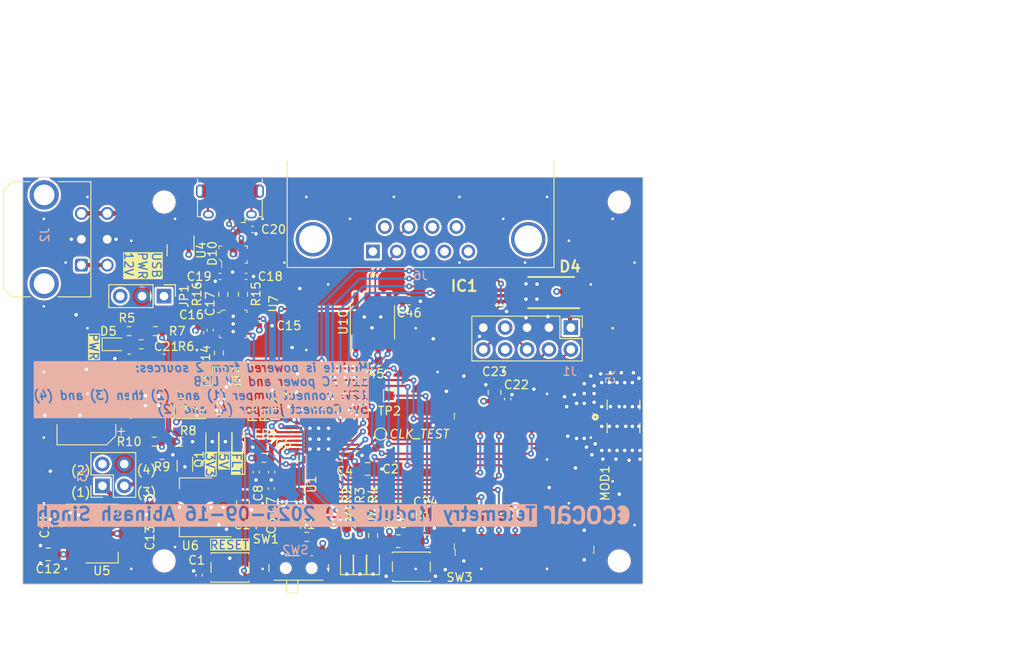
<source format=kicad_pcb>
(kicad_pcb (version 20221018) (generator pcbnew)
  (title_block (title "Telemetry Module") (date "2023-09-16") (rev "2.0") (company "EcoCar") (comment 1 "Abinash Singh"))
  (layers (0 "F.Cu" signal) (1 "In1.Cu" power) (2 "In2.Cu" power) (31 "B.Cu" signal) (34 "B.Paste" user) (35 "F.Paste" user) (36 "B.SilkS" user "B.Silkscreen") (37 "F.SilkS" user "F.Silkscreen") (38 "B.Mask" user) (39 "F.Mask" user) (44 "Edge.Cuts" user))
  (net 0 "")
  (net 1 "GND")
  (net 2 "/NRST")
  (net 3 "+3V3")
  (net 4 "+3.3VA")
  (net 5 "+5V")
  (net 6 "/Power Regulator/FUSE_OUT")
  (net 7 "Net-(C19-Pad2)")
  (net 8 "Net-(D7-A)")
  (net 9 "+12V")
  (net 10 "/BOOT0")
  (net 11 "/CAN_STBY")
  (net 12 "/XCLK")
  (net 13 "/UART2_USB_TX")
  (net 14 "/UART2_USB_RX")
  (net 15 "/SPI1_NSS")
  (net 16 "/SPI1_SCK")
  (net 17 "/SPI1_MISO")
  (net 18 "/SPI1_MOSI")
  (net 19 "/DIO0")
  (net 20 "/DIO1")
  (net 21 "/CAN_RX")
  (net 22 "/CAN_TX")
  (net 23 "/SX_RESET")
  (net 24 "/DIO2")
  (net 25 "/DIO3")
  (net 26 "Net-(D1-A)")
  (net 27 "Net-(D2-A)")
  (net 28 "Net-(D3-A)")
  (net 29 "Net-(D6-A)")
  (net 30 "Net-(D5-A)")
  (net 34 "unconnected-(J4-Shield-Pad6)")
  (net 35 "Net-(D6-K)")
  (net 36 "/Power Regulator/5V_UP")
  (net 38 "/DEBUG_SWO")
  (net 39 "/DEBUG_SWCLK")
  (net 40 "/DEBUG_SWDIO")
  (net 43 "Net-(D9-K)")
  (net 44 "/Power Regulator/I_{MON}")
  (net 45 "Net-(SW2A-B)")
  (net 46 "Net-(D8-A)")
  (net 47 "/Power Regulator/5V")
  (net 48 "/Power Regulator/12V")
  (net 49 "VBUS_UP")
  (net 51 "Net-(U2-PA10)")
  (net 52 "Net-(U2-PA9)")
  (net 53 "Net-(U2-PA1)")
  (net 57 "Net-(U3-EN{slash}UVLO)")
  (net 58 "Net-(U3-OVLO)")
  (net 59 "Net-(R10-Pad1)")
  (net 60 "Net-(U7-CBUS0)")
  (net 61 "/CAN Tranciever/CD+")
  (net 62 "/CAN Tranciever/CD-")
  (net 63 "/DIO4")
  (net 64 "/DIO5")
  (net 65 "Net-(U7-USBDP)")
  (net 66 "/USB Interface/RESET")
  (net 67 "/USB Interface/RTS")
  (net 68 "/USB Interface/CTS")
  (net 69 "Net-(U7-USBDM)")
  (net 70 "Net-(J5-In)")
  (net 71 "Net-(U2-PA8)")
  (net 73 "Net-(C18-Pad2)")
  (net 74 "Net-(J4-D+)")
  (net 75 "Net-(J4-D-)")
  (net 76 "/Power Regulator/~{FAULT}")
  (net 77 "/Power Regulator/FUSE_IN")
  (net 78 "Net-(U3-dV{slash}dT)")
  (net 79 "Net-(U2-PB4)")
  (net 80 "Net-(R17-Pad1)")
  (footprint "Resistor_SMD:R_0603_1608Metric" (layer "F.Cu") (at 114.3 103.251)
    (fp_text reference "R9")
    (fp_text value "1k1")
  )
  (footprint "LED_SMD:LED_0603_1608Metric" (layer "F.Cu") (at 120.142 101.473 90)
    (fp_text reference "D7")
    (fp_text value "BLUE")
  )
  (footprint "Resistor_SMD:R_0603_1608Metric" (layer "F.Cu") (at 123.712 84.628 90)
    (fp_text reference "R15")
    (fp_text value "27R")
  )
  (footprint "MountingHole:MountingHole_2.2mm_M2" (layer "F.Cu") (at 167.386 115.57)
    (fp_text reference "H2" hide)
    (fp_text value "MountingHole")
  )
  (footprint "TestPoint:TestPoint_Pad_D1.0mm" (layer "F.Cu") (at 139.7 100.838)
    (fp_text reference "TP1" hide)
    (fp_text value "CLK_TEST")
  )
  (footprint "Package_TO_SOT_SMD:SOT-223-3_TabPin2" (layer "F.Cu") (at 107.3146 112.395)
    (fp_text reference "U5")
    (fp_text value "AZ1117-3.3")
  )
  (footprint "Resistor_SMD:R_0603_1608Metric" (layer "F.Cu") (at 113.538 88.9)
    (fp_text reference "R7")
    (fp_text value "88k7")
  )
  (footprint "LED_SMD:LED_0603_1608Metric" (layer "F.Cu") (at 108.839 90.424)
    (fp_text reference "D5")
    (fp_text value "BLUE")
  )
  (footprint "Crystal:Crystal_SMD_3225-4Pin_3.2x2.5mm" (layer "F.Cu") (at 129.286 106.68 90)
    (fp_text reference "U1")
    (fp_text value "8MHz")
  )
  (footprint "Resistor_SMD:R_0603_1608Metric" (layer "F.Cu") (at 120.142 98.425 -90)
    (fp_text reference "R12")
    (fp_text value "260R")
  )
  (footprint "Resistor_SMD:R_0603_1608Metric" (layer "F.Cu") (at 113.411 101.727 180)
    (fp_text reference "R10")
    (fp_text value "10k")
  )
  (footprint "Resistor_SMD:R_0603_1608Metric" (layer "F.Cu") (at 126.1425 103.604 180)
    (fp_text reference "FB1")
    (fp_text value "600R")
  )
  (footprint "Capacitor_SMD:C_0402_1005Metric" (layer "F.Cu") (at 118.618 117.221 -90)
    (fp_text reference "C1")
    (fp_text value "100n")
  )
  (footprint "Capacitor_SMD:C_0805_2012Metric" (layer "F.Cu") (at 152.908 96.012 -90)
    (fp_text reference "C23")
    (fp_text value "10u")
  )
  (footprint "Button_Switch_SMD:SW_SPST_PTS810" (layer "F.Cu") (at 143.256 116.245 180)
    (fp_text reference "SW3")
    (fp_text value "GPSW")
  )
  (footprint "Capacitor_SMD:C_0402_1005Metric" (layer "F.Cu") (at 121.045 82.55)
    (fp_text reference "C19")
    (fp_text value "47p")
  )
  (footprint "Capacitor_SMD:C_0805_2012Metric" (layer "F.Cu") (at 123.698 108.839 -90)
    (fp_text reference "C14")
    (fp_text value "10u")
  )
  (footprint "MountingHole:MountingHole_2.2mm_M2" (layer "F.Cu") (at 114.554 73.914)
    (fp_text reference "H3" hide)
    (fp_text value "MountingHole")
  )
  (footprint "Capacitor_SMD:C_0603_1608Metric" (layer "F.Cu") (at 112.903 109.9312 -90)
    (fp_text reference "C13")
    (fp_text value "22u")
  )
  (footprint "Capacitor_SMD:CP_Elec_6.3x5.9" (layer "F.Cu") (at 105.537 98.679 180)
    (fp_text reference "C10")
    (fp_text value "100u")
  )
  (footprint "Capacitor_SMD:C_0402_1005Metric" (layer "F.Cu") (at 144.78 111.76 180)
    (fp_text reference "C24")
    (fp_text value "100n")
  )
  (footprint "Resistor_SMD:R_0603_1608Metric" (layer "F.Cu") (at 123.19 98.425 -90)
    (fp_text reference "R11")
    (fp_text value "120R")
  )
  (footprint "Resistor_SMD:R_0603_1608Metric" (layer "F.Cu") (at 121.666 98.425 -90)
    (fp_text reference "R13")
    (fp_text value "120R")
  )
  (footprint "LED_SMD:LED_0603_1608Metric" (layer "F.Cu") (at 123.19 101.473 90)
    (fp_text reference "D6")
    (fp_text value "RED")
  )
  (footprint "Resistor_SMD:R_0805_2012Metric" (layer "F.Cu") (at 141.732 113.284 180)
    (fp_text reference "R18")
    (fp_text value "10k")
  )
  (footprint "Capacitor_SMD:C_0603_1608Metric" (layer "F.Cu") (at 118.632 89.073 -90)
    (fp_text reference "C16")
    (fp_text value "4u7")
  )
  (footprint "LED_SMD:LED_0603_1608Metric" (layer "F.Cu") (at 137.287 115.67825 90)
    (fp_text reference "D2")
    (fp_text value "AMBER")
  )
  (footprint "Capacitor_SMD:C_0402_1005Metric" (layer "F.Cu") (at 126.111 88.265)
    (fp_text reference "C15")
    (fp_text value "100n")
  )
  (footprint "LED_SMD:LED_0603_1608Metric" (layer "F.Cu") (at 138.811 115.67825 90)
    (fp_text reference "D3")
    (fp_text value "AMBER")
  )
  (footprint "Capacitor_SMD:C_0603_1608Metric" (layer "F.Cu") (at 138.684 92.329)
    (fp_text reference "C45")
    (fp_text value "100n")
  )
  (footprint "Capacitor_SMD:C_0402_1005Metric" (layer "F.Cu") (at 119.902 88.791 -90)
    (fp_text reference "C17")
    (fp_text value "100n")
  )
  (footprint "Capacitor_SMD:C_0402_1005Metric" (layer "F.Cu") (at 127 107.188 -90)
    (fp_text reference "C5")
    (fp_text value "100n")
  )
  (footprint "Resistor_SMD:R_0805_2012Metric" (layer "F.Cu") (at 145.161 113.284 180)
    (fp_text reference "R17")
    (fp_text value "1k")
  )
  (footprint "Connector_PinHeader_2.54mm:PinHeader_2x02_P2.54mm_Vertical" (layer "F.Cu") (at 107.3912 106.8578 90)
    (fp_text reference "J3")
    (fp_text value "USB JMPR")
  )
  (footprint "Connector_Dsub:DSUB-9_Female_Horizontal_P2.77x2.84mm_EdgePinOffset7.70mm_Housed_MountingHolesOffset9.12mm" (layer "F.Cu") (at 138.786 79.652 180)
    (fp_text reference "J6")
    (fp_text value "Conn_01x09_Socket")
  )
  (footprint "footprints:USB_Micro-B_Amphenol_10118194_Horizontal" (layer "F.Cu") (at 122.19 73.944 180)
    (fp_text reference "J4" hide)
    (fp_text value "USB_B_Micro")
  )
  (footprint "Capacitor_SMD:C_0603_1608Metric" (layer "F.Cu") (at 143.002 85.344 180)
    (fp_text reference "C46")
    (fp_text value "100n")
  )
  (footprint "footprints:DIOM5436X265N" (layer "F.Cu") (at 159.48 84.4235 180)
    (fp_text reference "D4")
    (fp_text value "SMLVT3V3" hide)
  )
  (footprint "Resistor_SMD:R_0603_1608Metric" (layer "F.Cu") (at 121.426 84.628 90)
    (fp_text reference "R16")
    (fp_text value "27R")
  )
  (footprint "Button_Switch_SMD:SW_SPDT_PCM12" (layer "F.Cu") (at 130.175 116.078)
    (fp_text reference "SW2")
    (fp_text value "BOOT0")
  )
  (footprint "Capacitor_SMD:C_0805_2012Metric" (layer "F.Cu") (at 101.092 114.808 180)
    (fp_text reference "C12")
    (fp_text value "10u")
  )
  (footprint "Resistor_SMD:R_0603_1608Metric" (layer "F.Cu") (at 135.763 112.63025 90)
    (fp_text reference "R2")
    (fp_text value "260R")
  )
  (footprint "footprints:TAOGLAS_EMPCB.SMAFSTJ.B.HT" (layer "F.Cu") (at 167.4995 98.80325 90)
    (fp_text reference "J5")
    (fp_text value "Conn_Coaxial")
  )
  (footprint "footprints:SOT65P210X110-5N" (layer "F.Cu") (at 152.688 84.7895 180)
    (fp_text reference "IC1")
    (fp_text value "ESDALC6V1W5" hide)
  )
  (footprint "footprints:Molex_Micro-Fit_3.0_43045-0621_2x03-1MP_P3.00mm_Horizontal" (layer "F.Cu") (at 104.947 81.232 90)
    (fp_text reference "J2")
    (fp_text value "Fuel Cell Connector")
  )
  (footprint "LED_SMD:LED_0603_1608Metric" (layer "F.Cu") (at 120.918 94.534 -90)
    (fp_text reference "D9")
    (fp_text value "AMBER")
  )
  (footprint "Resistor_SMD:R_0603_1608Metric" (layer "F.Cu") (at 116.459 101.727)
    (fp_text reference "R8")
    (fp_text value "47k")
  )
  (footprint "Resistor_SMD:R_0603_1608Metric" (layer "F.Cu") (at 138.811 112.63025 90)
    (fp_text reference "R4")
    (fp_text value "260R")
  )
  (footprint "Package_TO_SOT_SMD:SOT-223-3_TabPin2" (layer "F.Cu") (at 118.237 109.347 180)
    (fp_text reference "U6")
    (fp_text value "AZ1117-5.0")
  )
  (footprint "TestPoint:TestPoint_Pad_1.0x1.0mm" (layer "F.Cu") (at 140.716 96.393)
    (fp_text reference "TP2")
    (fp_text value "GPIO")
  )
  (footprint "LED_SMD:LED_0603_1608Metric" (layer "F.Cu") (at 135.763 115.67825 90)
    (fp_text reference "D1")
    (fp_text value "GREEN")
  )
  (footprint "Resistor_SMD:R_0603_1608Metric" (layer "F.Cu") (at 110.49 88.9 180)
    (fp_text reference "R5")
    (fp_text value "150R")
  )
  (footprint "Capacitor_SMD:C_0805_2012Metric" (layer "F.Cu") (at 138.176 104.902)
    (fp_text reference "C2")
    (fp_text value "10u")
  )
  (footprint "digikey-footprints:SOT23-6L" (layer "F.Cu") (at 122.569 80.01)
    (fp_text reference "D10")
    (fp_text value "USBLC6-2SC6")
  )
  (footprint "Resistor_SMD:R_0603_1608Metric" (layer "F.Cu") (at 137.287 112.63025 90)
    (fp_text reference "R3")
    (fp_text value "260R")
  )
  (footprint "Connector_PinHeader_2.54mm:PinHeader_2x05_P2.54mm_Vertical" (layer "F.Cu") (at 161.766 88.4875 -90)
    (fp_text reference "J1")
    (fp_text value "Conn_02x05_Top_Bottom")
  )
  (footprint "Capacitor_SMD:C_0402_1005Metric" (layer "F.Cu") (at 128.9365 98.651 90)
    (fp_text reference "C3")
    (fp_text value "100n")
  )
  (footprint "Capacitor_SMD:C_0603_1608Metric" (layer "F.Cu") (at 114.554 92.075)
    (fp_text reference "C21")
    (fp_text value "2n2")
  )
  (footprint "Capacitor_SMD:C_0402_1005Metric" (layer "F.Cu") (at 125.2535 105.255 -90)
    (fp_text reference "C8")
    (fp_text value "1u")
  )
  (footprint "Connector_PinHeader_2.54mm:PinHeader_1x03_P2.54mm_Vertical" (layer "F.Cu") (at 114.539 84.836 -90)
    (fp_text reference "JP1")
    (fp_text value "Power In")
  )
  (footprint "digikey-footprints:RF_Module_COM-13909" (layer "F.Cu") (at 156.337 106.553 90)
    (fp_text reference "MOD1")
    (fp_text value "COM-13909")
  )
  (footprint "Package_SO:SOIC-8-1EP_3.9x4.9mm_P1.27mm_EP2.29x3mm" (layer "F.Cu") (at 138.74 87.858 90)
    (fp_text reference "U10")
    (fp_text value "MCP2542FD-E/SN")
  )
  (footprint "Capacitor_SMD:C_0402_1005Metric" (layer "F.Cu") (at 124.813 77.089 180)
    (fp_text reference "C20")
    (fp_text value "100n")
  )
  (footprint "Capacitor_SMD:C_0603_1608Metric" (layer "F.Cu") (at 102.108 111.506 90)
    (fp_text reference "C11")
    (fp_text value "22u")
  )
  (footprint "MountingHole:MountingHole_2.2mm_M2" (layer "F.Cu") (at 114.554 115.57)
    (fp_text reference "H4" hide)
    (fp_text value "MountingHole")
  )
  (footprint "Button_Switch_SMD:SW_SPST_PTS810" (layer "F.Cu") (at 122.202202 116.332)
    (fp_text reference "SW1")
    (fp_text value "RESET")
  )
  (footprint "MountingHole:MountingHole_2.2mm_M2" (layer "F.Cu") (at 167.386 73.914)
    (fp_text reference "H1" hide)
    (fp_text value "MountingHole")
  )
  (footprint "Capacitor_SMD:C_0402_1005Metric" (layer "F.Cu") (at 127.0315 105.255 -90)
    (fp_text reference "C7")
    (fp_text value "1u")
  )
  (footprint "Capacitor_SMD:C_0402_1005Metric" (layer "F.Cu") (at 154.432 96.774 90)
    (fp_text reference "C22")
    (fp_text value "100n")
  )
  (footprint "Package_SO:TI_SO-PowerPAD-8" (layer "F.Cu") (at 113.157 96.915 -90)
    (fp_text reference "U3")
    (fp_text value "TPS2596")
  )
  (footprint "Package_TO_SOT_SMD:SOT-23" (layer "F.Cu") (at 116.459 79.502 -90)
    (fp_text reference "U4")
    (fp_text value "BAT54CTA")
  )
  (footprint "Capacitor_SMD:C_0402_1005Metric" (layer "F.Cu") (at 126.5235 102.334 180)
    (fp_text reference "C6")
    (fp_text value "10n")
  )
  (footprint "Capacitor_SMD:C_0603_1608Metric" (layer "F.Cu") (at 110.503 92.075 180)
    (fp_text reference "C9")
    (fp_text value "100n")
  )
  (footprint "Capacitor_SMD:C_0402_1005Metric" (layer "F.Cu") (at 124.067 82.55 180)
    (fp_text reference "C18")
    (fp_text value "47p")
  )
  (footprint "Resistor_SMD:R_0603_1608Metric" (layer "F.Cu") (at 131.127 112.776)
    (fp_text reference "R1")
    (fp_text value "10k")
  )
  (footprint "digikey-footprints:DFN-12-1EP_3x3mm" (layer "F.Cu") (at 122.569 88.057 -90)
    (fp_text reference "U7")
    (fp_text value "FT234XD-R")
  )
  (footprint "Package_DFN_QFN:QFN-32-1EP_5x5mm_P0.5mm_EP3.45x3.45mm" (layer "F.Cu") (at 132.595 101.374)
    (fp_text reference "U2")
    (fp_text value "STM32L432KBU6")
  )
  (footprint "Resistor_SMD:R_0603_1608Metric" (layer "F.Cu") (at 120.918 91.423 -90)
    (fp_text reference "R14")
    (fp_text value "260R")
  )
  (footprint "Package_TO_SOT_SMD:SOT-523" (layer "F.Cu") (at 116.967 104.521 -90)
    (fp_text reference "Q1")
    (fp_text value "NMOS")
  )
  (footprint "Capacitor_SMD:C_0402_1005Metric" (layer "F.Cu") (at 136.779 103.251)
    (fp_text reference "C4")
    (fp_text value "100n")
  )
  (footprint "LED_SMD:LED_0603_1608Metric" (layer "F.Cu") (at 121.666 101.473 90)
    (fp_text reference "D8")
    (fp_text value "BLUE")
  )
  (footprint "Resistor_SMD:R_0603_1608Metric" (layer "F.Cu") (at 111.887 90.424 180)
    (fp_text reference "R6")
    (fp_text value "374k")
  )
  (footprint "LOGO" (layer "B.Cu") (at 163.576 110.236 180)
    (fp_text reference "G***" hide)
    (fp_text value "LOGO" hide)
  )
  (gr_rect (start 98.14 71.03) (end 170.149 118.274) (stroke (width 0.1)) (fill none) (layer "Edge.Cuts"))
  (gr_text "Module is powered from 2 sources:\n12V FC power and 5V USB\n12V: connect jumper (1) and (2) then (3) and (4)\n5V: Connect jumper (4) and (2)" (at 138.43 98.552) (layer "B.SilkS" knockout) (effects (font (size 1 1) (thickness 0.2) bold italic) (justify left bottom mirror)))
  (gr_text "Telemetry Module ${REVISION} ${ISSUE_DATE} ${COMMENT1}" (at 157.861 110.998) (layer "B.SilkS" knockout) (effects (font (size 1.5 1.5) (thickness 0.3) bold) (justify left bottom mirror)))
  (gr_text "PWR" (at 105.791 89.027 -90) (layer "F.SilkS" knockout) (effects (font (size 1 1) (thickness 0.16) bold) (justify left bottom)))
  (gr_text "3V3" (at 119.3276 102.9072 270) (layer "F.SilkS" knockout) (effects (font (size 1 1) (thickness 0.16) bold) (justify left bottom)))
  (gr_text "(1)" (at 103.632 108.204) (layer "F.SilkS") (effects (font (size 1 1)) (justify left bottom)))
  (gr_text "(2)" (at 103.632 105.664) (layer "F.SilkS") (effects (font (size 1 1)) (justify left bottom)))
  (gr_text "RESET" (at 119.761 114.3) (layer "F.SilkS" knockout) (effects (font (size 1 1) (thickness 0.16) bold) (justify left bottom)))
  (gr_text "~{FLT}" (at 122.3756 102.958 270) (layer "F.SilkS" knockout) (effects (font (size 1 1) (thickness 0.16) bold) (justify left bottom)))
  (gr_text "USB" (at 122.428 92.964 270) (layer "F.SilkS" knockout) (effects (font (size 1 1) (thickness 0.16) bold) (justify left bottom)))
  (gr_text "USB\nPWR\n12V" (at 109.855 79.629 270) (layer "F.SilkS" knockout) (effects (font (size 1 1)) (justify left bottom)))
  (gr_text "(3)" (at 111.2612 108.1878) (layer "F.SilkS") (effects (font (size 1 1)) (justify left bottom)))
  (gr_text "(4)" (at 111.2612 105.5878) (layer "F.SilkS") (effects (font (size 1 1)) (justify left bottom)))
  (gr_text "5V" (at 120.877 102.958 270) (layer "F.SilkS" knockout) (effects (font (size 1 1) (thickness 0.16) bold) (justify left bottom)))
  (segment (start 146.022 117.32) (end 146.05 117.348) (width 0.5) (layer "F.Cu") (net 1))
  (segment (start 127 106.172) (end 127 106.708) (width 0.5) (layer "F.Cu") (net 1))
  (segment (start 145.26 111.76) (end 145.923 111.76) (width 0.5) (layer "F.Cu") (net 1))
  (segment (start 138.079 88.519) (end 138.684 88.519) (width 0.5) (layer "F.Cu") (net 1))
  (segment (start 130.136 105.58) (end 130.136 105.68) (width 0.3) (layer "F.Cu") (net 1))
  (segment (start 127.925 114.648) (end 128.237 114.648) (width 0.5) (layer "F.Cu") (net 1))
  (segment (start 124.869 102.334) (end 126.0435 102.334) (width 0.5) (layer "F.Cu") (net 1))
  (segment (start 137.287 116.46575) (end 137.287 117.094) (width 0.5) (layer "F.Cu") (net 1))
  (segment (start 121.019 88.732) (end 121.894 88.732) (width 0.2) (layer "F.Cu") (net 1))
  (segment (start 122.569 88.057) (end 122.569 88.057) (width 0.2) (layer "F.Cu") (net 1))
  (segment (start 122.503 81.226) (end 122.569 81.16) (width 0.5) (layer "F.Cu") (net 1))
  (segment (start 137.522548 103.3205) (end 137.3285 103.3205) (width 0.5) (layer "F.Cu") (net 1))
  (segment (start 138.105 90.333) (end 138.105 88.493) (width 0.5) (layer "F.Cu") (net 1))
  (segment (start 141.295471 117.480204) (end 141.158133 117.342866) (width 0.25) (layer "F.Cu") (net 1))
  (segment (start 138.684 87.914) (end 138.74 87.858) (width 0.5) (layer "F.Cu") (net 1))
  (segment (start 161.337 99.353) (end 161.337 97.71) (width 0.3424) (layer "F.Cu") (net 1))
  (segment (start 140.363 117.32) (end 140.335 117.348) (width 0.5) (layer "F.Cu") (net 1))
  (segment (start 144.3095 85.4335) (end 144.22 85.344) (width 0.5) (layer "F.Cu") (net 1))
  (segment (start 134.535264 103.7835) (end 134.345 103.7835) (width 0.3) (layer "F.Cu") (net 1))
  (segment (start 137.909 92.329) (end 138.4095 92.329) (width 0.5) (layer "F.Cu") (net 1))
  (segment (start 121.894 88.732) (end 122.1375 88.4885) (width 0.2) (layer "F.Cu") (net 1))
  (segment (start 100.142 115.763) (end 100.203 115.824) (width 0.5) (layer "F.Cu") (net 1))
  (segment (start 151.606 89.053) (end 151.1555 89.5035) (width 0.5) (layer "F.Cu") (net 1))
  (segment (start 117.983 116.731298) (end 118.608298 116.731298) (width 0.5) (layer "F.Cu") (net 1))
  (segment (start 157.28 84.1285) (end 156.559 83.4075) (width 0.5) (layer "F.Cu") (net 1))
  (segment (start 128.237 114.648) (end 128.27 114.681) (width 0.5) (layer "F.Cu") (net 1))
  (segment (start 116.967 104.650738) (end 116.967443 104.650295) (width 0.5) (layer "F.Cu") (net 1))
  (segment (start 102.737 98.679) (end 100.711 98.679) (width 0.5) (layer "F.Cu") (net 1))
  (segment (start 124.841 102.362) (end 124.869 102.334) (width 0.5) (layer "F.Cu") (net 1))
  (segment (start 141.181 117.32) (end 140.363 117.32) (width 0.5) (layer "F.Cu") (net 1))
  (segment (start 121.666 101.7225) (end 121.666 102.2605) (width 0.5) (layer "F.Cu") (net 1))
  (segment (start 130.556 98.044) (end 130.845 98.333) (width 0.254) (layer "F.Cu") (net 1))
  (segment (start 112.506942 110.192661) (end 112.506942 110.310142) (width 0.5) (layer "F.Cu") (net 1))
  (segment (start 101.346 110.744) (end 102.095 110.744) (width 0.5) (layer "F.Cu") (net 1))
  (segment (start 134.585899 103.834135) (end 134.535264 103.7835) (width 0.3) (layer "F.Cu") (net 1))
  (segment (start 120.565 83.0255) (end 120.565 82.55) (width 0.3493) (layer "F.Cu") (net 1))
  (segment (start 163.322 115.443) (end 163.322 113.768) (width 0.5) (layer "F.Cu") (net 1))
  (segment (start 120.142 102.2605) (end 120.142 101.7225) (width 0.5) (layer "F.Cu") (net 1))
  (segment (start 164.57075 96.03325) (end 164.465 96.139) (width 0.5) (layer "F.Cu") (net 1))
  (segment (start 125.2815 106.1125) (end 125.2815 105.763) (width 0.5) (layer "F.Cu") (net 1))
  (segment (start 115.329 92.075) (end 115.329 93.868) (width 0.5) (layer "F.Cu") (net 1))
  (segment (start 138.139402 90.452) (end 138.117151 90.474251) (width 0.5) (layer "F.Cu") (net 1))
  (segment (start 122.1375 88.4885) (end 122.1375 88.057) (width 0.2) (layer "F.Cu") (net 1))
  (segment (start 118.608298 116.731298) (end 118.618 116.741) (width 0.5) (layer "F.Cu") (net 1))
  (segment (start 117.284 101.727) (end 117.856 101.727) (width 0.5) (layer "F.Cu") (net 1))
  (segment (start 104.947 78.232) (end 107.947 78.232) (width 0.5) (layer "F.Cu") (net 1))
  (segment (start 161.29 97.663) (end 161.29 99.306) (width 0.5) (layer "F.Cu") (net 1))
  (segment (start 161.417 101.092) (end 161.417 99.433) (width 0.5) (layer "F.Cu") (net 1))
  (segment (start 145.331 117.32) (end 145.170796 117.480204) (width 0.25) (layer "F.Cu") (net 1))
  (segment (start 129.032 97.663) (end 128.9365 97.7585) (width 0.5) (layer "F.Cu") (net 1))
  (segment (start 107.947 78.232) (end 108.966 78.232) (width 0.5) (layer "F.Cu") (net 1))
  (segment (start 138.684 88.519) (end 138.684 87.914) (width 0.5) (layer "F.Cu") (net 1))
  (segment (start 167.4995 101.57325) (end 167.4995 102.2215) (width 0.5) (layer "F.Cu") (net 1))
  (segment (start 115.062 95.1825) (end 113.932 96.3125) (width 0.5) (layer "F.Cu") (net 1))
  (segment (start 125.222 106.172) (end 125.2815 106.1125) (width 0.5) (layer "F.Cu") (net 1))
  (segment (start 138.811 116.46575) (end 138.811 117.094) (width 0.5) (layer "F.Cu") (net 1))
  (segment (start 138.105 88.493) (end 138.079 88.519) (width 0.5) (layer "F.Cu") (net 1))
  (segment (start 124.690175 109.6405) (end 123.8465 109.6405) (width 0.5) (layer "F.Cu") (net 1))
  (segment (start 167.4995 96.03325) (end 167.4995 95.2365) (width 0.5) (layer "F.Cu") (net 1))
  (segment (start 167.4995 96.03325) (end 164.57075 96.03325) (width 0.5) (layer "F.Cu") (net 1))
  (segment (start 128.9365 97.7585) (end 128.9365 98.171) (width 0.5) (layer "F.Cu") (net 1))
  (segment (start 149.352 112.014) (end 149.352 113.738) (width 0.5) (layer "F.Cu") (net 1))
  (segment (start 129.136 106.68) (end 127.028 106.68) (width 0.3) (layer "F.Cu") (net 1))
  (segment (start 167.4995 95.2365) (end 167.132 94.869) (width 0.5) (layer "F.Cu") (net 1))
  (segment (start 163.322 113.738) (end 163.337 113.753) (width 0.5) (layer "F.Cu") (net 1))
  (segment (start 157.829 83.460877) (end 157.829 85.1855) (width 0.5) (layer "F.Cu") (net 1))
  (segment (start 130.136 105.68) (end 129.136 106.68) (width 0.3) (layer "F.Cu") (net 1))
  (segment (start 127.0315 106.1405) (end 127 106.172) (width 0.5) (layer "F.Cu") (net 1))
  (segment (start 145.331 117.32) (end 146.022 117.32) (width 0.5) (layer "F.Cu") (net 1))
  (segment (start 124.277202 115.257) (end 120.127202 115.257) (width 0.5) (layer "F.Cu") (net 1))
  (segment (start 125.293 77.089) (end 125.293 77.526) (width 0.5) (layer "F.Cu") (net 1))
  (segment (start 116.967 105.166) (end 116.967 104.650738) (width 0.5) (layer "F.Cu") (net 1))
  (segment (start 145.4065 117.2445) (end 145.331 117.32) (width 0.25) (layer "F.Cu") (net 1))
  (segment (start 124.9315 82.55) (end 124.547 82.55) (width 0.3493) (layer "F.Cu") (net 1))
  (segment (start 161.29 99.306) (end 161.337 99.353) (width 0.5) (layer "F.Cu") (net 1))
  (segment (start 100.142 113.853) (end 100.203 113.792) (width 0.5) (layer "F.Cu") (net 1))
  (segment (start 163.322 112.014) (end 163.322 113.738) (width 0.5) (layer "F.Cu") (net 1))
  (segment (start 157.842877 83.447) (end 157.829 83.460877) (width 0.5) (layer "F.Cu") (net 1))
  (segment (start 139.126 104.902) (end 139.827 104.902) (width 0.5) (layer "F.Cu") (net 1))
  (segment (start 154.432 96.294) (end 154.912 96.294) (width 0.5) (layer "F.Cu") (net 1))
  (segment (start 122.503 82.042) (end 122.503 81.226) (width 0.5) (layer "F.Cu") (net 1))
  (segment (start 100.142 114.808) (end 100.142 115.763) (width 0.5) (layer "F.Cu") (net 1))
  (segment (start 154.912 96.294) (end 154.94 96.266) (width 0.5) (layer "F.Cu") (net 1))
  (segment (start 151.953 95.062) (end 151.892 95.123) (width 0.5) (layer "F.Cu") (net 1))
  (segment (start 127.0895 88.265) (end 126.591 88.265) (width 0.5) (layer "F.Cu") (net 1))
  (segment (start 152.908 95.062) (end 151.953 95.062) (width 0.5) (layer "F.Cu") (net 1))
  (segment (start 163.322 113.768) (end 163.337 113.753) (width 0.5) (layer "F.Cu") (net 1))
  (segment (start 167.4995 102.2215) (end 168.021 102.743) (width 0.5) (layer "F.Cu") (net 1))
  (segment (start 149.352 115.57) (end 149.352 113.768) (width 0.5) (layer "F.Cu") (net 1))
  (segment (start 167.4995 101.57325) (end 164.99975 101.57325) (width 0.5) (layer "F.Cu") (net 1))
  (segment (start 130.845 98.333) (end 130.845 98.9365) (width 0.254) (layer "F.Cu") (net 1))
  (segment (start 135.763 116.46575) (end 135.763 117.094) (width 0.5) (layer "F.Cu") (net 1))
  (segment (start 149.352 113.768) (end 149.337 113.753) (width 0.5) (layer "F.Cu") (net 1))
  (segment (start 125.293 77.526) (end 125.222 77.597) (width 0.5) (layer "F.Cu") (net 1))
  (segment (start 112.506942 110.310142) (end 112.903 110.7062) (width 0.5) (layer "F.Cu") (net 1))
  (segment (start 127.028 106.68) (end 127 106.708) (width 0.3) (layer "F.Cu") (net 1))
  (segment (start 108.839 92.075) (end 109.728 92.075) (width 0.5) (layer "F.Cu") (net 1))
  (segment (start 120.4865 83.104) (end 120.565 83.0255) (width 0.3493) (layer "F.Cu") (net 1))
  (segment (start 123.8465 109.6405) (end 123.698 109.789) (width 0.5) (layer "F.Cu") (net 1))
  (segment (start 115.062 94.135) (end 115.062 95.1825) (width 0.5) (layer "F.Cu") (net 1))
  (segment (start 137.3285 103.3205) (end 137.259 103.251) (width 0.5) (layer "F.Cu") (net 1))
  (segment (start 102.095 110.744) (end 102.108 110.731) (width 0.5) (layer "F.Cu") (net 1))
  (segment (start 145.170796 117.480204) (end 141.295471 117.480204) (width 0.25) (layer "F.Cu") (net 1))
  (segment (start 104.947 78.232) (end 103.7875 78.232) (width 0.5) (layer "F.Cu") (net 1))
  (segment (start 115.125 103.251) (end 115.57 103.251) (width 0.5) (layer "F.Cu") (net 1))
  (segment (start 161.417 99.433) (end 161.337 99.353) (width 0.5) (layer "F.Cu") (net 1))
  (segment (start 102.737 98.679) (end 104.775 98.679) (width 0.5) (layer "F.Cu") (net 1))
  (segment (start 127.0315 105.735) (end 127.0315 106.1405) (width 0.5) (layer "F.Cu") (net 1))
  (segment (start 100.142 114.808) (end 100.142 113.853) (width 0.5) (layer "F.Cu") (net 1))
  (segment (start 164.99975 101.57325) (end 164.592 101.981) (width 0.5) (layer "F.Cu") (net 1))
  (segment (start 149.352 113.738) (end 149.337 113.753) (width 0.5) (layer "F.Cu") (net 1))
  (segment (start 122.1375 88.057) (end 122.569 88.057) (width 0.2) (layer "F.Cu") (net 1))
  (segment (start 144.22 85.344) (end 143.777 85.344) (width 0.5) (layer "F.Cu") (net 1))
  (segment (start 151.606 88.4875) (end 151.606 89.053) (width 0.5) (layer "F.Cu") (net 1))
  (segment (start 108.966 92.075) (end 108.839 92.075) (width 0.5) (layer "F.Cu") (net 1))
  (segment (start 157.28 84.4235) (end 157.28 84.1285) (width 0.5) (layer "F.Cu") (net 1))
  (segment (start 115.329 93.868) (end 115.062 94.135) (width 0.5) (layer "F.Cu") (net 1))
  (segment (start 156.559 85.1855) (end 156.559 83.4075) (width 0.5) (layer "F.Cu") (net 1))
  (via (at 139.827 104.902) (size 0.8) (drill 0.4) (layers "F.Cu" "B.Cu") (net 1))
  (via (at 124.841 102.362) (size 0.8) (drill 0.4) (layers "F.Cu" "B.Cu") (net 1))
  (via (at 122.503 82.042) (size 0.8) (drill 0.4) (layers "F.Cu" "B.Cu") (net 1))
  (via (at 108.839 92.075) (size 0.8) (drill 0.4) (layers "F.Cu" "B.Cu") (net 1))
  (via (at 103.632 109.982) (size 0.8) (drill 0.4) (layers "F.Cu" "B.Cu") (net 1))
  (via (at 161.29 97.663) (size 0.8) (drill 0.4) (layers "F.Cu" "B.Cu") (net 1))
  (via (at 100.582 93.636517) (size 0.7) (drill 0.3) (layers "F.Cu" "B.Cu") (net 1))
  (via (at 151.892 95.123) (size 0.8) (drill 0.4) (layers "F.Cu" "B.Cu") (net 1))
  (via (at 118.362 91.096517) (size 0.7) (drill 0.3) (layers "F.Cu" "B.Cu") (net 1))
  (via (at 147.32 95.885) (size 0.8) (drill 0.4) (layers "F.Cu" "B.Cu") (net 1))
  (via (at 147.193 116.586) (size 0.8) (drill 0.4) (layers "F.Cu" "B.Cu") (net 1))
  (via (at 167.005 103.759) (size 0.8) (drill 0.4) (layers "F.Cu" "B.Cu") (net 1))
  (via (at 153.922 75.856517) (size 0.7) (drill 0.3) (layers "F.Cu" "B.Cu") (net 1))
  (via (at 157.842877 83.447) (size 0.8) (drill 0.4) (layers "F.Cu" "B.Cu") (net 1))
  (via (at 166.37 93.726) (size 0.8) (drill 0.4) (layers "F.Cu" "B.Cu") (net 1))
  (via (at 101.346 110.744) (size 0.8) (drill 0.4) (layers "F.Cu" "B.Cu") (net 1))
  (via (at 159.099 87.2175) (size 0.8) (drill 0.4) (layers "F.Cu" "B.Cu") (net 1))
  (via (at 168.021 102.743) (size 0.8) (drill 0.4) (layers "F.Cu" "B.Cu") (net 1))
  (via (at 157.48 95.631) (size 0.8) (drill 0.4) (layers "F.Cu" "B.Cu") (net 1))
  (via (at 146.302 93.636517) (size 0.7) (drill 0.3) (layers "F.Cu" "B.Cu") (net 1))
  (via (at 161.542 108.876517) (size 0.7) (drill 0.3) (layers "F.Cu" "B.Cu") (net 1))
  (via (at 124.9315 82.55) (size 0.8) (drill 0.4) (layers "F.Cu" "B.Cu") (net 1))
  (via (at 140.335 117.348) (size 0.8) (drill 0.4) (layers "F.Cu" "B.Cu") (net 1))
  (via (at 121.666 101.7225) (size 0.8) (drill 0.4) (layers "F.Cu" "B.Cu") (net 1))
  (via (at 167.132 94.869) (size 0.8) (drill 0.4) (layers "F.Cu" "B.Cu") (net 1))
  (via (at 134.585899 103.834135) (size 0.7) (drill 0.3) (layers "F.Cu" "B.Cu") (net 1))
  (via (at 138.811 117.094) (size 0.8) (drill 0.4) (layers "F.Cu" "B.Cu") (net 1))
  (via (at 100.203 115.824) (size 0.8) (drill 0.4) (layers "F.Cu" "B.Cu") (net 1))
  (via (at 149.352 94.107) (size 0.8) (drill 0.4) (layers "F.Cu" "B.Cu") (net 1))
  (via (at 138.4095 92.329) (size 0.8) (drill 0.4) (layers "F.Cu" "B.Cu") (net 1))
  (via (at 163.322 96.139) (size 0.8) (drill 0.4) (layers "F.Cu" "B.Cu") (net 1))
  (via (at 120.142 101.7225) (size 0.8) (drill 0.4) (layers "F.Cu" "B.Cu") (net 1))
  (via (at 148.842 80.936517) (size 0.7) (drill 0.3) (layers "F.Cu" "B.Cu") (net 1))
  (via (at 138.684 88.519) (size 0.8) (drill 0.4) (layers "F.Cu" "B.Cu") (net 1))
  (via (at 104.34 86.995) (size 0.8) (drill 0.4) (layers "F.Cu" "B.Cu") (net 1))
  (via (at 159.002 96.176517) (size 0.7) (drill 0.3) (layers "F.Cu" "B.Cu") (net 1))
  (via (at 100.582 108.876517) (size 0.7) (drill 0.3) (layers "F.Cu" "B.Cu") (net 1))
  (via (at 168.021 97.663) (size 0.8) (drill 0.4) (layers "F.Cu" "B.Cu") (net 1))
  (via (at 154.94 96.266) (size 0.8) (drill 0.4) (layers "F.Cu" "B.Cu") (net 1))
  (via (at 131.062 73.316517) (size 0.7) (drill 0.3) (layers "F.Cu" "B.Cu") (net 1))
  (via (at 128.522 80.936517) (size 0.7) (drill 0.3) (layers "F.Cu" "B.Cu") (net 1))
  (via (at 100.711 98.679) (size 0.8) (drill 0.4) (layers "F.Cu" "B.Cu") (net 1))
  (via (at 117.856 101.727) (size 0.8) (drill 0.4) (layers "F.Cu" "B.Cu") (net 1))
  (via (at 169.162 80.936517) (size 0.7) (drill 0.3) (layers "F.Cu" "B.Cu") (net 1))
  (via (at 159.258 107.061) (size 0.8) (drill 0.4) (layers "F.Cu" "B.Cu") (net 1))
  (via (at 146.05 117.348) (size 0.8) (drill 0.4) (layers "F.Cu" "B.Cu") (net 1))
  (via (at 129.032 97.663) (size 0.8) (drill 0.4) (layers "F.Cu" "B.Cu") (net 1))
  (via (at 137.522548 103.3205) (size 0.8) (drill 0.4) (layers "F.Cu" "B.Cu") (net 1))
  (via (at 162.179 96.266) (size 0.8) (drill 0.4) (layers "F.Cu" "B.Cu") (net 1))
  (via (at 122.174 115.257) (size 0.8) (drill 0.4) (layers "F.Cu" "B.Cu") (net 1))
  (via (at 105.662 73.316517) (size 0.7) (drill 0.3) (layers "F.Cu" "B.Cu") (net 1))
  (via (at 110.742 78.396517) (size 0.7) (drill 0.3) (layers "F.Cu" "B.Cu") (net 1))
  (via (at 131.4765 100.175) (size 0.8) (drill 0.4) (layers "F.Cu" "B.Cu") (net 1))
  (via (at 131.062 111.416517) (size 0.7) (drill 0.3) (layers "F.Cu" "B.Cu") (net 1))
  (via (at 131.4765 102.588) (size 0.8) (drill 0.4) (layers "F.Cu" "B.Cu") (net 1))
  (via (at 130.048 93.853) (size 0.8) (drill 0.4) (layers "F.Cu" "B.Cu") (net 1))
  (via (at 151.382 116.496517) (size 0.7) (drill 0.3) (layers "F.Cu" "B.Cu") (net 1))
  (via (at 143.762 116.496517) (size 0.7) (drill 0.3) (layers "F.Cu" "B.Cu") (net 1))
  (via (at 141.222 73.316517) (size 0.7) (drill 0.3) (layers "F.Cu" "B.Cu") (net 1))
  (via (at 167.64 93.726) (size 0.8) (drill 0.4) (layers "F.Cu" "B.Cu") (net 1))
  (via (at 104.648 110.236) (size 0.8) (drill 0.4) (layers "F.Cu" "B.Cu") (net 1))
  (via (at 169.672 94.361) (size 0.8) (drill 0.4) (layers "F.Cu" "B.Cu") (net 1))
  (via (at 165.481 103.759) (size 0.8) (drill 0.4) (layers "F.Cu" "B.Cu") (net 1))
  (via (at 125.982 116.496517) (size 0.7) (drill 0.3) (layers "F.Cu" "B.Cu") (net 1))
  (via (at 100.582 86.016517) (size 0.7) (drill 0.3) (layers "F.Cu" "B.Cu") (net 1))
  (via (at 129.413 90.805) (size 0.8) (drill 0.4) (layers "F.Cu" "B.Cu") (net 1))
  (via (at 163.576 102.362) (size 0.8) (drill 0.4) (layers "F.Cu" "B.Cu") (net 1))
  (via (at 166.37 97.663) (size 0.8) (drill 0.4) (layers "F.Cu" "B.Cu") (net 1))
  (via (at 162.306 104.775) (size 0.8) (drill 0.4) (layers "F.Cu" "B.Cu") (net 1))
  (via (at 166.243 94.869) (size 0.8) (drill 0.4) (layers "F.Cu" "B.Cu") (net 1))
  (via (at 167.386 107.823) (size 0.8) (drill 0.4) (layers "F.Cu" "B.Cu") (net 1))
  (via (at 168.91 97.663) (size 0.8) (drill 0.4) (layers "F.Cu" "B.Cu") (net 1))
  (via (at 151.1555 89.5035) (size 0.8) (drill 0.4) (layers "F.Cu" "B.Cu") (net 1))
  (via (at 100.582 101.256517) (size 0.7) (drill 0.3) (layers "F.Cu" "B.Cu") (net 1))
  (via (at 136.142 75.856517) (size 0.7) (drill 0.3) (layers "F.Cu" "B.Cu") (net 1))
  (via (at 144.3095 85.4335) (size 0.8) (drill 0.4) (layers "F.Cu" "B.Cu") (net 1))
  (via (at 129.921 96.012) (size 0.8) (drill 0.4) (layers "F.Cu" "B.Cu") (net 1))
  (via (at 103.7875 78.232) (size 0.8) (drill 0.4) (layers "F.Cu" "B.Cu") (net 1))
  (via (at 127.0895 88.265) (size 0.8) (drill 0.4) (layers "F.Cu" "B.Cu") (net 1))
  (via (at 132.5205 101.445) (size 0.8) (drill 0.4) (layers "F.Cu" "B.Cu") (net 1))
  (via (at 115.57 103.251) (size 0.8) (drill 0.4) (layers "F.Cu" "B.Cu") (net 1))
  (via (at 167.386 97.663) (size 0.8) (drill 0.4) (layers "F.Cu" "B.Cu") (net 1))
  (via (at 125.222 77.597) (size 0.8) (drill 0.4) (layers "F.Cu" "B.Cu") (net 1))
  (via (at 131.062 91.096517) (size 0.7) (drill 0.3) (layers "F.Cu" "B.Cu") (net 1))
  (via (at 120.4865 83.104) (size 0.8) (drill 0.4) (layers "F.Cu" "B.Cu") (net 1))
  (via (at 145.923 111.76) (size 0.8) (drill 0.4) (layers "F.Cu" "B.Cu") (net 1))
  (via (at 161.036 96.52) (size 0.8) (drill 0.4) (layers "F.Cu" "B.Cu") (net 1))
  (via (at 137.795 87.249) (size 0.8) (drill 0.4) (layers "F.Cu" "B.Cu") (net 1))
  (via (at 121.793 111.887) (size 0.8) (drill 0.4) (layers "F.Cu" "B.Cu") (net 1))
  (via (at 154.305 86.614) (size 0.8) (drill 0.4) (layers "F.Cu" "B.Cu") (net 1))
  (via (at 105.662 88.556517) (size 0.7) (drill 0.3) (layers "F.Cu" "B.Cu") (net 1))
  (via (at 164.082 101.256517) (size 0.7) (drill 0.3) (layers "F.Cu" "B.Cu") (net 1))
  (via (at 116.967443 104.650295) (size 0.8) (drill 0.4) (layers "F.Cu" "B.Cu") (net 1))
  (via (at 164.084 94.107) (size 0.8) (drill 0.4) (layers "F.Cu" "B.Cu") (net 1))
  (via (at 159.002 116.496517) (size 0.7) (drill 0.3) (layers "F.Cu" "B.Cu") (net 1))
  (via (at 125.982 108.876517) (size 0.7) (drill 0.3) (layers "F.Cu" "B.Cu") (net 1))
  (via (at 113.919 96.393) (size 0.8) (drill 0.4) (layers "F.Cu" "B.Cu") (net 1))
  (via (at 108.966 78.232) (size 0.8) (drill 0.4) (layers "F.Cu" "B.Cu") (net 1))
  (via (at 105.537 93.345) (size 0.8) (drill 0.4) (layers "F.Cu" "B.Cu") (net 1))
  (via (at 164.082 83.476517) (size 0.7) (drill 0.3) (layers "F.Cu" "B.Cu") (net 1))
  (via (at 169.672 99.949) (size 0.8) (drill 0.4) (layers "F.Cu" "B.Cu") (net 1))
  (via (at 131.4965 101.4205) (size 0.8) (drill 0.4) (layers "F.Cu" "B.Cu") (net 1))
  (via (at 168.91 102.743) (size 0.8) (drill 0.4) (layers "F.Cu" "B.Cu") (net 1))
  (via (at 133.6355 102.588) (size 0.8) (drill 0.4) (layers "F.Cu" "B.Cu") (net 1))
  (via (at 166.622 106.336517) (size 0.7) (drill 0.3) (layers "F.Cu" "B.Cu") (net 1))
  (via (at 128.27 114.681) (size 0.8) (drill 0.4) (layers "F.Cu" "B.Cu") (net 1))
  (via (at 168.529 103.886) (size 0.8) (drill 0.4) (layers "F.Cu" "B.Cu") (net 1))
  (via (at 169.799 102.743) (size 0.8) (drill 0.4) (layers "F.Cu" "B.Cu") (net 1))
  (via (at 148.842 73.316517) (size 0.7) (drill 0.3) (layers "F.Cu" "B.Cu") (net 1))
  (via (at 135.763 117.094) (size 0.8) (drill 0.4) (layers "F.Cu" "B.Cu") (net 1))
  (via (at 161.542 78.396517) (size 0.7) (drill 0.3) (layers "F.Cu" "B.Cu") (net 1))
  (via (at 166.243 99.949) (size 0.8) (drill 0.4) (layers "F.Cu" "B.Cu") (net 1))
  (via (at 132.4925 102.588) (size 0.8) (drill 0.4) (layers "F.Cu" "B.Cu") (net 1))
  (via (at 127 106.172) (size 0.8) (drill 0.4) (layers "F.Cu" "B.Cu") (net 1))
  (via (at 112.506942 110.192661) (size 0.8) (drill 0.4) (layers "F.Cu" "B.Cu") (net 1))
  (via (at 156.559 87.3445) (size 0.8) (drill 0.4) (layers "F.Cu" "B.Cu") (net 1))
  (via (at 165.354 94.869) (size 0.8) (drill 0.4) (layers "F.Cu" "B.Cu") (net 1))
  (via (at 100.582 75.856517) (size 0.7) (drill 0.3) (layers "F.Cu" "B.Cu") (net 1))
  (via (at 153.922 93.636517) (size 0.7) (drill 0.3) (layers "F.Cu" "B.Cu") (net 1))
  (via (at 149.352 115.57) (size 0.8) (drill 0.4) (layers "F.Cu" "B.Cu") (net 1))
  (via (at 120.904 111.379) (size 0.8) (drill 0.4) (layers "F.Cu" "B.Cu") (net 1))
  (via (at 127.127 95.758) (size 0.8) (drill 0.4) (layers "F.Cu" "B.Cu") (net 1))
  (via (at 163.322 112.014) (size 0.8) (drill 0.4) (layers "F.Cu" "B.Cu") (net 1))
  (via (at 122.569 88.057) (size 0.8) (drill 0.4) (layers "F.Cu" "B.Cu") (net 1))
  (via (at 168.91 99.949) (size 0.8) (drill 0.4) (layers "F.Cu" "B.Cu") (net 1))
  (via (at 101.346 105.156) (size 0.8) (drill 0.4) (layers "F.Cu" "B.Cu") (net 1))
  (via (at 164.465 96.139) (size 0.8) (drill 0.4) (layers "F.Cu" "B.Cu") (net 1))
  (via (at 122.569 88.9508) (size 0.8) (drill 0.4) (layers "F.Cu" "B.Cu") (net 1))
  (via (at 168.021 94.869) (size 0.8) (drill 0.4) (layers "F.Cu" "B.Cu") (net 1))
  (via (at 105.662 96.176517) (size 0.7) (drill 0.3) (layers "F.Cu" "B.Cu") (net 1))
  (via (at 130.302 83.947) (size 0.8) (drill 0.4) (layers "F.Cu" "B.Cu") (net 1))
  (via (at 137.287 117.094) (size 0.8) (drill 0.4) (layers "F.Cu" "B.Cu") (net 1))
  (via (at 156.559 83.4075) (size 0.8) (drill 0.4) (layers "F.Cu" "B.Cu") (net 1))
  (via (at 166.622 88.556517) (size 0.7) (drill 0.3) (layers "F.Cu" "B.Cu") (net 1))
  (via (at 163.322 97.282) (size 0.8) (drill 0.4) (layers "F.Cu" "B.Cu") (net 1))
  (via (at 156.559 85.1855) (size 0.8) (drill 0.4) (layers "F.Cu" "B.Cu") (net 1))
  (via (at 156.462 80.936517) (size 0.7) (drill 0.3) (layers "F.Cu" "B.Cu") (net 1))
  (via (at 118.362 83.476517) (size 0.7) (drill 0.3) (layers "F.Cu" "B.Cu") (net 1))
  (via (at 110.742 116.496517) (size 0.7) (drill 0.3) (layers "F.Cu" "B.Cu") (net 1))
  (via (at 163.322 115.443) (size 0.8) (drill 0.4) (layers "F.Cu" "B.Cu") (net 1))
  (via (at 169.799 103.759) (size 0.8) (drill 0.4) (layers "F.Cu" "B.Cu") (net 1))
  (via (at 130.556 98.044) (size 0.7) (drill 0.3) (layers "F.Cu" "B.Cu") (net 1))
  (via (at 133.6355 100.175) (size 0.8) (drill 0.4) (layers "F.Cu" "B.Cu") (net 1))
  (via (at 164.592 101.981) (size 0.8) (drill 0.4) (layers "F.Cu" "B.Cu") (net 1))
  (via (at 118.362 98.716517) (size 0.7) (drill 0.3) (layers "F.Cu" "B.Cu") (net 1))
  (via (at 159.002 103.796517) (size 0.7) (drill 0.3) (layers "F.Cu" "B.Cu") (net 1))
  (via (at 169.672 97.663) (size 0.8) (drill 0.4) (layers "F.Cu" "B.Cu") (net 1))
  (via (at 143.762 88.556517) (size 0.7) (drill 0.3) (layers "F.Cu" "B.Cu") (net 1))
  (via (at 164.211 103.251) (size 0.8) (drill 0.4) (layers "F.Cu" "B.Cu") (net 1))
  (via (at 125.222 106.172) (size 0.8) (drill 0.4) (layers "F.Cu" "B.Cu") (net 1))
  (via (at 165.227 93.853) (size 0.8) (drill 0.4) (layers "F.Cu" "B.Cu") (net 1))
  (via (at 167.132 99.949) (size 0.8) (drill 0.4) (layers "F.Cu" "B.Cu") (net 1))
  (via (at 165.354 97.663) (size 0.8) (drill 0.4) (layers "F.Cu" "B.Cu") (net 1))
  (via (at 163.322 101.346) (size 0.8) (drill 0.4) (layers "F.Cu" "B.Cu") (net 1))
  (via (at 124.690175 109.6405) (size 0.8) (drill 0.4) (layers "F.Cu" "B.Cu") (net 1))
  (via (at 115.822 75.856517) (size 0.7) (drill 0.3) (layers "F.Cu" "B.Cu") (net 1))
  (via (at 104.775 98.679) (size 0.8) (drill 0.4) (layers "F.Cu" "B.Cu") (net 1))
  (via (at 115.822 113.956517) (size 0.7) (drill 0.3) (layers "F.Cu" "B.Cu") (net 1))
  (via (at 125.982 75.856517) (size 0.7) (drill 0.3) (layers "F.Cu" "B.Cu") (net 1))
  (via (at 112.395 97.536) (size 0.8) (drill 0.4) (layers "F.Cu" "B.Cu") (net 1))
  (via (at 162.433 101.346) (size 0.8) (drill 0.4) (layers "F.Cu" "B.Cu") (net 1))
  (via (at 145.796 89.789) (size 0.8) (drill 0.4) (layers "F.Cu" "B.Cu") (net 1))
  (via (at 145.796 99.822) (size 0.8) (drill 0.4) (layers "F.Cu" "B.Cu") (net 1))
  (via (at 157.829 85.1855) (size 0.8) (drill 0.4) (layers "F.Cu" "B.Cu") (net 1))
  (via (at 166.622 75.856517) (size 0.7) (drill 0.3) (layers "F.Cu" "B.Cu") (net 1))
  (via (at 139.7 87.249) (size 0.8) (drill 0.4) (layers "F.Cu" "B.Cu") (net 1))
  (via (at 164.465 97.155) (size 0.8) (drill 0.4) (layers "F.Cu" "B.Cu") (net 1))
  (via (at 149.352 112.014) (size 0.8) (drill 0.4) (layers "F.Cu" "B.Cu") (net 1))
  (via (at 163.322 94.996) (size 0.8) (drill 0.4) (layers "F.Cu" "B.Cu") (net 1))
  (via (at 132.4925 100.175) (size 0.8) (drill 0.4) (layers "F.Cu" "B.Cu") (net 1))
  (via (at 168.148 99.949) (size 0.8) (drill 0.4) (layers "F.Cu" "B.Cu") (net 1))
  (via (at 168.91 94.869) (size 0.8) (drill 0.4) (layers "F.Cu" "B.Cu") (net 1))
  (via (at 133.602 116.496517) (size 0.7) (drill 0.3) (layers "F.Cu" "B.Cu") (net 1))
  (via (at 122.5804 87.1728) (size 0.8) (drill 0.4) (layers "F.Cu" "B.Cu") (net 1))
  (via (at 162.433 97.282) (size 0.8) (drill 0.4) (layers "F.Cu" "B.Cu") (net 1))
  (via (at 113.919 97.536) (size 0.8) (drill 0.4) (layers "F.Cu" "B.Cu") (net 1))
  (via (at 164.465 95.25) (size 0.8) (drill 0.4) (layers "F.Cu" "B.Cu") (net 1))
  (via (at 159.002 73.316517) (size 0.7) (drill 0.3) (layers "F.Cu" "B.Cu") (net 1))
  (via (at 165.354 99.949) (size 0.8) (drill 0.4) (layers "F.Cu" "B.Cu") (net 1))
  (via (at 103.122 80.936517) (size 0.7) (drill 0.3) (layers "F.Cu" "B.Cu") (net 1))
  (via (at 165.354 102.743) (size 0.8) (drill 0.4) (layers "F.Cu" "B.Cu") (net 1))
  (via (at 112.395 96.393) (size 0.8) (drill 0.4) (layers "F.Cu" "B.Cu") (net 1))
  (via (at 167.132 102.743) (size 0.8) (drill 0.4) (layers "F.Cu" "B.Cu") (net 1))
  (via (at 166.243 102.743) (size 0.8) (drill 0.4) (layers "F.Cu" "B.Cu") (net 1))
  (via (at 169.162 111.416517) (size 0.7) (drill 0.3) (layers "F.Cu" "B.Cu") (net 1))
  (via (at 169.037 93.726) (size 0.8) (drill 0.4) (layers "F.Cu" "B.Cu") (net 1))
  (via (at 133.6555 101.4205) (size 0.8) (drill 0.4) (layers "F.Cu" "B.Cu") (net 1))
  (via (at 103.122 116.496517) (size 0.7) (drill 0.3) (layers "F.Cu" "B.Cu") (net 1))
  (via (at 133.602 83.476517) (size 0.7) (drill 0.3) (layers "F.Cu" "B.Cu") (net 1))
  (via (at 100.203 113.792) (size 0.8) (drill 0.4) (layers "F.Cu" "B.Cu") (net 1))
  (via (at 117.983 116.731298) (size 0.8) (drill 0.4) (layers "F.Cu" "B.Cu") (net 1))
  (via (at 161.417 101.092) (size 0.8) (drill 0.4) (layers "F.Cu" "B.Cu") (net 1))
  (segment (start 167.4995 101.57325) (end 164.99975 101.57325) (width 0.5) (layer "B.Cu") (net 1))
  (segment (start 167.4995 95.2365) (end 167.132 94.869) (width 0.5) (layer "B.Cu") (net 1))
  (segment (start 167.4995 102.2215) (end 168.021 102.743) (width 0.5) (layer "B.Cu") (net 1))
  (segment (start 167.4995 95.3905) (end 168.021 94.869) (width 0.5) (layer "B.Cu") (net 1))
  (segment (start 167.4995 96.03325) (end 164.57075 96.03325) (width 0.5) (layer "B.Cu") (net 1))
  (segment (start 167.4995 96.03325) (end 167.4995 95.2365) (width 0.5) (layer "B.Cu") (net 1))
  (segment (start 167.4995 101.57325) (end 167.4995 102.2215) (width 0.5) (layer "B.Cu") (net 1))
  (segment (start 164.99975 101.57325) (end 164.592 101.981) (width 0.5) (layer "B.Cu") (net 1))
  (segment (start 167.4995 96.03325) (end 167.4995 95.3905) (width 0.5) (layer "B.Cu") (net 1))
  (segment (start 164.57075 96.03325) (end 164.465 96.139) (width 0.5) (layer "B.Cu") (net 1))
  (segment (start 124.7545 101.124) (end 124.2145 100.584) (width 0.25) (layer "F.Cu") (net 2))
  (segment (start 153.638 85.4395) (end 153.638 85.8205) (width 0.25) (layer "F.Cu") (net 2))
  (segment (start 124.277202 117.407) (end 120.127202 117.407) (width 0.25) (layer "F.Cu") (net 2))
  (segment (start 152.781 89.8525) (end 151.606 91.0275) (width 0.25) (layer "F.Cu") (net 2))
  (segment (start 123.825 116.713) (end 123.825 116.954798) (width 0.25) (layer "F.Cu") (net 2))
  (segment (start 118.618 117.701) (end 119.833202 117.701) (width 0.25) (layer "F.Cu") (net 2))
  (segment (start 153.638 85.8205) (end 152.781 86.6775) (width 0.25) (layer "F.Cu") (net 2))
  (segment (start 130.1575 101.124) (end 124.7545 101.124) (width 0.25) (layer "F.Cu") (net 2))
  (segment (start 152.781 86.6775) (end 152.781 89.8525) (width 0.25) (layer "F.Cu") (net 2))
  (segment (start 123.825 116.954798) (end 124.277202 117.407) (width 0.25) (layer "F.Cu") (net 2))
  (segment (start 132.842 92.329) (end 124.4205 92.329) (width 0.25) (layer "F.Cu") (net 2))
  (segment (start 124.4205 92.329) (end 124.2935 92.456) (width 0.25) (layer "F.Cu") (net 2))
  (segment (start 143.002 81.893994) (end 152.173996 81.893994) (width 0.25) (layer "F.Cu") (net 2))
  (segment (start 152.173996 81.893994) (end 153.67 83.389998) (width 0.25) (layer "F.Cu") (net 2))
  (segment (start 119.833202 117.701) (end 120.127202 117.407) (width 0.25) (layer "F.Cu") (net 2))
  (via (at 143.002 81.893994) (size 0.7) (drill 0.3) (layers "F.Cu" "B.Cu") (net 2))
  (via (at 132.842 92.329) (size 0.7) (drill 0.3) (layers "F.Cu" "B.Cu") (net 2))
  (via (at 124.2145 100.584) (size 0.7) (drill 0.3) (layers "F.Cu" "B.Cu") (net 2))
  (via (at 124.2935 92.456) (size 0.7) (drill 0.3) (layers "F.Cu" "B.Cu") (net 2))
  (via (at 153.67 83.389998) (size 0.7) (drill 0.3) (layers "F.Cu" "B.Cu") (net 2))
  (via (at 123.825 116.713) (size 0.7) (drill 0.3) (layers "F.Cu" "B.Cu") (net 2))
  (via (at 153.638 85.8205) (size 0.7) (drill 0.3) (layers "F.Cu" "B.Cu") (net 2))
  (segment (start 142.980994 81.915) (end 136.779 81.915) (width 0.25) (layer "B.Cu") (net 2))
  (segment (start 124.2145 100.584) (end 124.2935 100.505) (width 0.25) (layer "B.Cu") (net 2))
  (segment (start 136.779 81.915) (end 132.842 85.852) (width 0.25) (layer "B.Cu") (net 2))
  (segment (start 123.965675 100.832825) (end 123.965675 116.572325) (width 0.25) (layer "B.Cu") (net 2))
  (segment (start 123.965675 116.572325) (end 123.825 116.713) (width 0.25) (layer "B.Cu") (net 2))
  (segment (start 132.842 85.852) (end 132.842 92.329) (width 0.25) (layer "B.Cu") (net 2))
  (segment (start 153.67 83.389998) (end 153.638 83.421998) (width 0.25) (layer "B.Cu") (net 2))
  (segment (start 143.002 81.893994) (end 142.980994 81.915) (width 0.25) (layer "B.Cu") (net 2))
  (segment (start 124.2935 100.505) (end 124.2935 92.456) (width 0.25) (layer "B.Cu") (net 2))
  (segment (start 153.638 83.421998) (end 153.638 85.8205) (width 0.25) (layer "B.Cu") (net 2))
  (segment (start 124.2145 100.584) (end 123.965675 100.832825) (width 0.25) (layer "B.Cu") (net 2))
  (segment (start 124.718175 103.604) (end 125.3175 103.604) (width 0.5) (layer "F.Cu") (net 3))
  (segment (start 154.432 97.254) (end 154.206 97.028) (width 0.5) (layer "F.Cu") (net 3))
  (segment (start 127 107.668) (end 127.112 107.78) (width 0.5) (layer "F.Cu") (net 3))
  (segment (start 102.222 112.395) (end 102.108 112.281) (width 0.5) (layer "F.Cu") (net 3))
  (segment (start 129.611 99.131) (end 128.9365 99.131) (width 0.5) (layer "F.Cu") (net 3))
  (segment (start 121.793 95.377) (end 120.9735 95.377) (width 0.5) (layer "F.Cu") (net 3))
  (segment (start 125.631 88.745) (end 125.631 88.265) (width 0.5) (layer "F.Cu") (net 3))
  (segment (start 140.716 113.1805) (end 140.8195 113.284) (width 0.5) (layer "F.Cu") (net 3))
  (segment (start 130.136 107.78) (end 128.436 107.78) (width 0.5) (layer "F.Cu") (net 3))
  (segment (start 136.299 103.251) (end 135.1595 103.251) (width 0.254) (layer "F.Cu") (net 3))
  (segment (start 161.68 84.4235) (end 161.68 88.4015) (width 0.5) (layer "F.Cu") (net 3))
  (segment (start 125.2185 103.505) (end 125.3175 103.604) (width 0.5) (layer "F.Cu") (net 3))
  (segment (start 142.227 85.344) (end 140.684 85.344) (width 0.5) (layer "F.Cu") (net 3))
  (segment (start 120.9735 95.377) (end 120.918 95.3215) (width 0.5) (layer "F.Cu") (net 3))
  (segment (start 127.112 107.78) (end 128.436 107.78) (width 0.5) (layer "F.Cu") (net 3))
  (segment (start 136.653583 104.013) (end 136.653583 104.329583) (width 0.5) (layer "F.Cu") (net 3))
  (segment (start 155.337 98.159) (end 154.432 97.254) (width 0.5) (layer "F.Cu") (net 3))
  (segment (start 104.1646 112.395) (end 110.4646 112.395) (width 0.5) (layer "F.Cu") (net 3))
  (segment (start 140.716 112.141) (end 140.716 113.1805) (width 0.5) (layer "F.Cu") (net 3))
  (segment (start 142.24 85.357) (end 142.227 85.344) (width 0.5) (layer "F.Cu") (net 3))
  (segment (start 161.553 84.2965) (end 161.68 84.4235) (width 0.5) (layer "F.Cu") (net 3))
  (segment (start 152.842 97.028) (end 152.908 96.962) (width 0.5) (layer "F.Cu") (net 3))
  (segment (start 128.27 108.712) (end 128.27 107.946) (width 0.5) (layer "F.Cu") (net 3))
  (segment (start 136.653583 104.329583) (end 137.226 104.902) (width 0.5) (layer "F.Cu") (net 3))
  (segment (start 136.299 103.658417) (end 136.299 103.251) (width 0.5) (layer "F.Cu") (net 3))
  (segment (start 104.1646 112.395) (end 102.222 112.395) (width 0.5) (layer "F.Cu") (net 3))
  (segment (start 154.206 97.028) (end 152.974 97.028) (width 0.5) (layer "F.Cu") (net 3))
  (segment (start 125.3175 103.604) (end 125.3175 104.711) (width 0.5) (layer "F.Cu") (net 3))
  (segment (start 128.27 107.946) (end 128.436 107.78) (width 0.5) (layer "F.Cu") (net 3))
  (segment (start 132.969 113.538) (end 132.969 114.104) (width 0.5) (layer "F.Cu") (net 3))
  (segment (start 132.969 114.104) (end 132.425 114.648) (width 0.5) (layer "F.Cu") (net 3))
  (segment (start 124.690175 103.632) (end 124.718175 103.604) (width 0.5) (layer "F.Cu") (net 3))
  (segment (start 129.650616 99.170616) (end 129.611 99.131) (width 0.5) (layer "F.Cu") (net 3))
  (segment (start 129.650616 99.170616) (end 129.732116 99.170616) (width 0.29309) (layer "F.Cu") (net 3))
  (segment (start 152.974 97.028) (end 152.908 96.962) (width 0.5) (layer "F.Cu") (net 3))
  (segment (start 135.1595 103.251) (end 135.0325 103.124) (width 0.254) (layer "F.Cu") (net 3))
  (segment (start 109.093 112.395) (end 110.4646 112.395) (width 0.5) (layer "F.Cu") (net 3))
  (segment (start 120.618 98.076) (end 120.142 97.6) (width 0.5) (layer "F.Cu") (net 3))
  (segment (start 142.24 86.233) (end 142.24 85.357) (width 0.5) (layer "F.Cu") (net 3))
  (segment (start 125.3175 104.711) (end 125.2535 104.775) (width 0.5) (layer "F.Cu") (net 3))
  (segment (start 161.68 88.4015) (end 161.766 88.4875) (width 0.5) (layer "F.Cu") (net 3))
  (segment (start 136.299 103.251) (end 135.255 103.251) (width 0.5) (layer "F.Cu") (net 3))
  (segment (start 155.337 99.353) (end 155.337 98.159) (width 0.5) (layer "F.Cu") (net 3))
  (segment (start 129.732116 99.170616) (end 130.1575 99.596) (width 0.29309) (layer "F.Cu") (net 3))
  (segment (start 151.638 97.028) (end 152.842 97.028) (width 0.5) (layer "F.Cu") (net 3))
  (segment (start 125.603 88.773) (end 125.631 88.745) (width 0.5) (layer "F.Cu") (net 3))
  (segment (start 136.653583 104.013) (end 136.299 103.658417) (width 0.5) (layer "F.Cu") (net 3))
  (segment (start 160.115 84.2965) (end 161.553 84.2965) (width 0.5) (layer "F.Cu") (net 3))
  (segment (start 140.684 85.344) (end 140.645 85.383) (width 0.5) (layer "F.Cu") (net 3))
  (segment (start 124.119 88.282) (end 125.614 88.282) (width 0.2) (layer "F.Cu") (net 3))
  (segment (start 130.429 108.712) (end 130.136 108.419) (width 0.5) (layer "F.Cu") (net 3))
  (segment (start 125.614 88.282) (end 125.631 88.265) (width 0.2) (layer "F.Cu") (net 3))
  (via (at 142.24 86.233) (size 0.8) (drill 0.4) (layers "F.Cu" "B.Cu") (net 3))
  (via (at 109.093 112.395) (size 0.8) (drill 0.4) (layers "F.Cu" "B.Cu") (net 3))
  (via (at 132.969 113.538) (size 0.8) (drill 0.4) (layers "F.Cu" "B.Cu") (net 3))
  (via (at 120.618 98.076) (size 0.8) (drill 0.4) (layers "F.Cu" "B.Cu") (net 3))
  (via (at 160.115 84.2965) (size 0.8) (drill 0.4) (layers "F.Cu" "B.Cu") (net 3))
  (via (at 125.603 88.773) (size 0.8) (drill 0.4) (layers "F.Cu" "B.Cu") (net 3))
  (via (at 121.793 95.377) (size 0.8) (drill 0.4) (layers "F.Cu" "B.Cu") (net 3))
  (via (at 130.429 108.712) (size 0.8) (drill 0.4) (layers "F.Cu" "B.Cu") (net 3))
  (via (at 128.27 108.712) (size 0.8) (drill 0.4) (layers "F.Cu" "B.Cu") (net 3))
  (via (at 129.650616 99.170616) (size 0.8) (drill 0.4) (layers "F.Cu" "B.Cu") (net 3))
  (via (at 124.690175 103.632) (size 0.8) (drill 0.4) (layers "F.Cu" "B.Cu") (net 3))
  (via (at 140.716 112.141) (size 0.8) (drill 0.4) (layers "F.Cu" "B.Cu") (net 3))
  (via (at 151.638 97.028) (size 0.8) (drill 0.4) (layers "F.Cu" "B.Cu") (net 3))
  (via (at 136.653583 104.013) (size 0.8) (drill 0.4) (layers "F.Cu" "B.Cu") (net 3))
  (segment (start 126.9675 103.604) (end 126.9675 104.711) (width 0.5) (layer "F.Cu") (net 4))
  (segment (start 127.7655 101.624) (end 128.27 101.624) (width 0.254) (layer "F.Cu") (net 4))
  (segment (start 127.0035 102.334) (end 127.0035 103.568) (width 0.5) (layer "F.Cu") (net 4))
  (segment (start 130.1575 101.624) (end 128.27 101.624) (width 0.254) (layer "F.Cu") (net 4))
  (segment (start 127.0035 103.568) (end 126.9675 103.604) (width 0.5) (layer "F.Cu") (net 4))
  (segment (start 127.7135 101.624) (end 127.0035 102.334) (width 0.254) (layer "F.Cu") (net 4))
  (segment (start 127.39475 101.99475) (end 127.7655 101.624) (width 0.254) (layer "F.Cu") (net 4))
  (segment (start 127.39475 101.99475) (end 127.64875 101.74075) (width 0.5) (layer "F.Cu") (net 4))
  (segment (start 127.39475 101.99475) (end 127.0555 102.334) (width 0.5) (layer "F.Cu") (net 4))
  (segment (start 128.27 101.624) (end 127.7135 101.624) (width 0.254) (layer "F.Cu") (net 4))
  (segment (start 127.0555 102.334) (end 127.0035 102.334) (width 0.5) (layer "F.Cu") (net 4))
  (segment (start 126.9675 104.711) (end 127.0315 104.775) (width 0.5) (layer "F.Cu") (net 4))
  (segment (start 120.244 88.311) (end 119.902 88.311) (width 0.2) (layer "F.Cu") (net 5))
  (segment (start 120.244 88.311) (end 120.244 88.282) (width 0.5) (layer "F.Cu") (net 5))
  (segment (start 112.903 108.458) (end 112.903 109.1562) (width 0.5) (layer "F.Cu") (net 5))
  (segment (start 121.412 109.347) (end 120.015 109.347) (width 0.5) (layer "F.Cu") (net 5))
  (segment (start 116.332 109.347) (end 115.087 109.347) (width 0.5) (layer "F.Cu") (net 5))
  (segment (start 139.336852 91.698852) (end 139.336852 90.371148) (width 0.5) (layer "F.Cu") (net 5))
  (segment (start 112.903 109.1562) (end 114.8962 109.1562) (width 0.5) (layer "F.Cu") (net 5))
  (segment (start 120.273 88.282) (end 120.244 88.311) (width 0.2) (layer "F.Cu") (net 5))
  (segment (start 118.632 88.298) (end 119.889 88.298) (width 0.5) (layer "F.Cu") (net 5))
  (segment (start 121.582288 97.6) (end 121.666 97.6) (width 0.5) (layer "F.Cu") (net 5))
  (segment (start 112.903 109.1562) (end 109.6896 109.1562) (width 0.5) (layer "F.Cu") (net 5))
  (segment (start 120.015 109.347) (end 116.332 109.347) (width 0.5) (layer "F.Cu") (net 5))
  (segment (start 119.889 88.298) (end 119.902 88.311) (width 0.5) (layer "F.Cu") (net 5))
  (segment (start 118.187094 88.742906) (end 118.632 88.298) (width 0.5) (layer "F.Cu") (net 5))
  (segment (start 121.194017 97.211729) (end 121.582288 97.6) (width 0.5) (layer "F.Cu") (net 5))
  (segment (start 139.459 92.329) (end 139.459 90.417) (width 0.5) (layer "F.Cu") (net 5))
  (segment (start 139.336852 92.206852) (end 139.459 92.329) (width 0.5) (layer "F.Cu") (net 5))
  (segment (start 139.459 90.417) (end 139.375 90.333) (width 0.5) (layer "F.Cu") (net 5))
  (segment (start 109.6896 109.1562) (end 107.3912 106.8578) (width 0.5) (layer "F.Cu") (net 5))
  (segment (start 118.187094 88.821868) (end 118.187094 88.742906) (width 0.5) (layer "F.Cu") (net 5))
  (segment (start 121.019 88.282) (end 120.273 88.282) (width 0.2) (layer "F.Cu") (net 5))
  (segment (start 121.387 109.347) (end 121.412 109.347) (width 0.5) (layer "F.Cu") (net 5))
  (segment (start 139.336852 90.371148) (end 139.375 90.333) (width 0.5) (layer "F.Cu") (net 5))
  (segment (start 139.336852 91.698852) (end 139.336852 92.206852) (width 0.5) (layer "F.Cu") (net 5))
  (via (at 121.412 109.347) (size 0.8) (drill 0.4) (layers "F.Cu" "B.Cu") (net 5))
  (via (at 118.187094 88.821868) (size 0.8) (drill 0.4) (layers "F.Cu" "B.Cu") (net 5))
  (via (at 139.336852 91.698852) (size 0.8) (drill 0.4) (layers "F.Cu" "B.Cu") (net 5))
  (via (at 116.332 109.347) (size 0.8) (drill 0.4) (layers "F.Cu" "B.Cu") (net 5))
  (via (at 120.015 109.347) (size 0.8) (drill 0.4) (layers "F.Cu" "B.Cu") (net 5))
  (via (at 121.194017 97.211729) (size 0.8) (drill 0.4) (layers "F.Cu" "B.Cu") (net 5))
  (via (at 112.903 108.458) (size 0.8) (drill 0.4) (layers "F.Cu" "B.Cu") (net 5))
  (segment (start 111.252 102.108) (end 111.252 102.997) (width 0.5) (layer "F.Cu") (net 6))
  (segment (start 110.236 98.679) (end 108.337 98.679) (width 0.5) (layer "F.Cu") (net 6))
  (segment (start 111.252 102.997) (end 109.9312 104.3178) (width 0.5) (layer "F.Cu") (net 6))
  (segment (start 111.252 99.695) (end 110.236 98.679) (width 0.5) (layer "F.Cu") (net 6))
  (segment (start 109.741 104.1276) (end 109.9312 104.3178) (width 0.5) (layer "F.Cu") (net 6))
  (segment (start 111.252 99.695) (end 111.252 102.108) (width 0.5) (layer "F.Cu") (net 6))
  (segment (start 121.619 81.16) (end 121.553 81.226) (width 0.2) (layer "F.Cu") (net 7))
  (segment (start 121.426 83.803) (end 121.525 83.704) (width 0.2) (layer "F.Cu") (net 7))
  (segment (start 121.525 83.704) (end 121.525 82.55) (width 0.2) (layer "F.Cu") (net 7))
  (segment (start 121.553 82.522) (end 121.525 82.55) (width 0.2) (layer "F.Cu") (net 7))
  (segment (start 121.553 81.226) (end 121.553 82.522) (width 0.2) (layer "F.Cu") (net 7))
  (segment (start 120.142 99.25) (end 120.142 100.6855) (width 0.25) (layer "F.Cu") (net 8))
  (segment (start 104.947 81.232) (end 107.947 81.232) (width 0.5) (layer "F.Cu") (net 9))
  (segment (start 131.952 111.888) (end 131.952 112.776) (width 0.25) (layer "F.Cu") (net 10))
  (segment (start 141.605 110.49) (end 133.35 110.49) (width 0.25) (layer "F.Cu") (net 10))
  (segment (start 141.185047 93.218) (end 132.461 93.218) (width 0.25) (layer "F.Cu") (net 10))
  (segment (start 133.35 110.49) (end 131.952 111.888) (width 0.25) (layer "F.Cu") (net 10))
  (segment (start 141.732 110.363) (end 141.605 110.49) (width 0.25) (layer "F.Cu") (net 10))
  (segment (start 130.937 97.470405) (end 131.345 97.878405) (width 0.25) (layer "F.Cu") (net 10))
  (segment (start 132.461 93.218) (end 130.937 94.742) (width 0.25) (layer "F.Cu") (net 10))
  (segment (start 130.937 94.742) (end 130.937 97.470405) (width 0.25) (layer "F.Cu") (net 10))
  (segment (start 141.192965 93.225918) (end 141.185047 93.218) (width 0.25) (layer "F.Cu") (net 10))
  (segment (start 131.345 97.878405) (end 131.345 98.9365) (width 0.25) (layer "F.Cu") (net 10))
  (via (at 141.192965 93.225918) (size 0.7) (drill 0.3) (layers "F.Cu" "B.Cu") (net 10))
  (via (at 141.732 110.363) (size 0.7) (drill 0.3) (layers "F.Cu" "B.Cu") (net 10))
  (segment (start 141.732 110.363) (end 141.732 95.377) (width 0.25) (layer "B.Cu") (net 10))
  (segment (start 141.732 93.764953) (end 141.732 95.377) (width 0.25) (layer "B.Cu") (net 10))
  (segment (start 141.192965 93.225918) (end 141.732 93.764953) (width 0.25) (layer "B.Cu") (net 10))
  (segment (start 128.143 86.308) (end 135.91 86.308) (width 0.25) (layer "F.Cu") (net 11))
  (segment (start 135.91 86.308) (end 136.835 85.383) (width 0.25) (layer "F.Cu") (net 11))
  (segment (start 127.714 100.624) (end 130.1575 100.624) (width 0.25) (layer "F.Cu") (net 11))
  (segment (start 127.039 99.949) (end 127.714 100.624) (width 0.25) (layer "F.Cu") (net 11))
  (via (at 128.143 86.308) (size 0.7) (drill 0.3) (layers "F.Cu" "B.Cu") (net 11))
  (via (at 127.039 99.949) (size 0.7) (drill 0.3) (layers "F.Cu" "B.Cu") (net 11))
  (segment (start 127.889 99.099) (end 127.889 86.562) (width 0.25) (layer "B.Cu") (net 11))
  (segment (start 127.889 86.562) (end 128.143 86.308) (width 0.25) (layer "B.Cu") (net 11))
  (segment (start 127.039 99.949) (end 127.889 99.099) (width 0.25) (layer "B.Cu") (net 11))
  (segment (start 128.016 102.743) (end 128.016 104.856) (width 0.25) (layer "F.Cu") (net 12))
  (segment (start 128.663 102.096) (end 128.016 102.743) (width 0.25) (layer "F.Cu") (net 12))
  (segment (start 128.016 104.856) (end 128.44 105.28) (width 0.25) (layer "F.Cu") (net 12))
  (segment (start 130.1575 102.096) (end 128.663 102.096) (width 0.25) (layer "F.Cu") (net 12))
  (segment (start 124.894396 87.832) (end 124.119 87.832) (width 0.25) (layer "F.Cu") (net 13))
  (segment (start 125.255442 87.470954) (end 124.894396 87.832) (width 0.25) (layer "F.Cu") (net 13))
  (segment (start 130.007 103.096) (end 130.1575 103.096) (width 0.25) (layer "F.Cu") (net 13))
  (segment (start 129.5585 103.5445) (end 130.007 103.096) (width 0.25) (layer "F.Cu") (net 13))
  (segment (start 126.064219 87.470954) (end 125.255442 87.470954) (width 0.25) (layer "F.Cu") (net 13))
  (via (at 129.5585 103.5445) (size 0.7) (drill 0.3) (layers "F.Cu" "B.Cu") (net 13))
  (via (at 126.064219 87.470954) (size 0.7) (drill 0.3) (layers "F.Cu" "B.Cu") (net 13))
  (segment (start 129.5585 103.5445) (end 129.447502 103.655498) (width 0.25) (layer "B.Cu") (net 13))
  (segment (start 129.447502 103.655498) (end 128.420498 103.655498) (width 0.25) (layer "B.Cu") (net 13))
  (segment (start 128.420498 103.655498) (end 126.3645 101.5995) (width 0.25) (layer "B.Cu") (net 13))
  (segment (start 126.3645 101.5995) (end 126.3645 87.771235) (width 0.25) (layer "B.Cu") (net 13))
  (segment (start 126.3645 87.771235) (end 126.064219 87.470954) (width 0.25) (layer "B.Cu") (net 13))
  (segment (start 128.754002 104.394) (end 130.2345 104.394) (width 0.25) (layer "F.Cu") (net 14))
  (segment (start 130.2345 104.394) (end 130.845 103.7835) (width 0.25) (layer "F.Cu") (net 14))
  (segment (start 128.6905 104.330498) (end 128.754002 104.394) (width 0.25) (layer "F.Cu") (net 14))
  (segment (start 124.615 89.182) (end 124.119 89.182) (width 0.25) (layer "F.Cu") (net 14))
  (segment (start 124.841 89.408) (end 124.615 89.182) (width 0.25) (layer "F.Cu") (net 14))
  (via (at 124.841 89.408) (size 0.7) (drill 0.3) (layers "F.Cu" "B.Cu") (net 14))
  (via (at 128.6905 104.330498) (size 0.7) (drill 0.3) (layers "F.Cu" "B.Cu") (net 14))
  (segment (start 124.968 89.535) (end 124.841 89.408) (width 0.25) (layer "B.Cu") (net 14))
  (segment (start 128.6905 104.330498) (end 128.079498 104.330498) (width 0.25) (layer "B.Cu") (net 14))
  (segment (start 126.3393 102.5903) (end 126.3393 102.576572) (width 0.25) (layer "B.Cu") (net 14))
  (segment (start 124.968 101.205272) (end 124.968 89.535) (width 0.25) (layer "B.Cu") (net 14))
  (segment (start 126.3393 102.576572) (end 124.968 101.205272) (width 0.25) (layer "B.Cu") (net 14))
  (segment (start 128.079498 104.330498) (end 126.3393 102.5903) (width 0.25) (layer "B.Cu") (net 14))
  (segment (start 154.813 109.855) (end 157.337 112.379) (width 0.25) (layer "F.Cu") (net 15))
  (segment (start 131.345 106.6054) (end 133.7056 108.966) (width 0.25) (layer "F.Cu") (net 15))
  (segment (start 145.538 108.966) (end 146.427 109.855) (width 0.25) (layer "F.Cu") (net 15))
  (segment (start 133.7056 108.966) (end 145.538 108.966) (width 0.25) (layer "F.Cu") (net 15))
  (segment (start 131.345 103.7835) (end 131.345 106.6054) (width 0.25) (layer "F.Cu") (net 15))
  (segment (start 157.337 112.379) (end 157.337 113.753) (width 0.25) (layer "F.Cu") (net 15))
  (segment (start 146.427 109.855) (end 154.813 109.855) (width 0.25) (layer "F.Cu") (net 15))
  (segment (start 155.321 113.737) (end 155.337 113.753) (width 0.25) (layer "F.Cu") (net 16))
  (segment (start 131.845 106.1656) (end 134.0104 108.331) (width 0.25) (layer "F.Cu") (net 16))
  (segment (start 131.845 103.7835) (end 131.845 106.1656) (width 0.25) (layer "F.Cu") (net 16))
  (segment (start 134.0104 108.331) (end 145.923 108.331) (width 0.25) (layer "F.Cu") (net 16))
  (segment (start 155.321 112.014) (end 155.321 113.737) (width 0.25) (layer "F.Cu") (net 16))
  (segment (start 145.923 108.331) (end 146.812 109.22) (width 0.25) (layer "F.Cu") (net 16))
  (segment (start 155.194 109.22) (end 155.321 109.347) (width 0.25) (layer "F.Cu") (net 16))
  (segment (start 146.812 109.22) (end 155.194 109.22) (width 0.25) (layer "F.Cu") (net 16))
  (via (at 155.321 109.347) (size 0.7) (drill 0.3) (layers "F.Cu" "B.Cu") (net 16))
  (via (at 155.321 112.014) (size 0.7) (drill 0.3) (layers "F.Cu" "B.Cu") (net 16))
  (segment (start 155.321 109.347) (end 155.321 112.014) (width 0.25) (layer "B.Cu") (net 16))
  (segment (start 132.345 103.7835) (end 132.345 105.7004) (width 0.25) (layer "F.Cu") (net 17))
  (segment (start 151.384 113.706) (end 151.337 113.753) (width 0.25) (layer "F.Cu") (net 17))
  (segment (start 134.4676 107.823) (end 146.558 107.823) (width 0.25) (layer "F.Cu") (net 17))
  (segment (start 151.384 112.014) (end 151.384 113.706) (width 0.25) (layer "F.Cu") (net 17))
  (segment (start 151.2175 108.331) (end 151.384 108.1645) (width 0.25) (layer "F.Cu") (net 17))
  (segment (start 146.558 107.823) (end 147.066 108.331) (width 0.25) (layer "F.Cu") (net 17))
  (segment (start 132.345 105.7004) (end 134.4676 107.823) (width 0.25) (layer "F.Cu") (net 17))
  (segment (start 147.066 108.331) (end 151.2175 108.331) (width 0.25) (layer "F.Cu") (net 17))
  (via (at 151.384 112.014) (size 0.7) (drill 0.3) (layers "F.Cu" "B.Cu") (net 17))
  (via (at 151.384 108.1645) (size 0.7) (drill 0.3) (layers "F.Cu" "B.Cu") (net 17))
  (segment (start 151.384 108.1645) (end 151.384 112.014) (width 0.25) (layer "B.Cu") (net 17))
  (segment (start 153.416 113.674) (end 153.337 113.753) (width 0.25) (layer "F.Cu") (net 18))
  (segment (start 132.845 103.7835) (end 132.845 105.1844) (width 0.25) (layer "F.Cu") (net 18))
  (segment (start 153.277 107.327) (end 153.289 107.315) (width 0.25) (layer "F.Cu") (net 18))
  (segment (start 134.9876 107.327) (end 153.277 107.327) (width 0.25) (layer "F.Cu") (net 18))
  (segment (start 132.845 105.1844) (end 134.9876 107.327) (width 0.25) (layer "F.Cu") (net 18))
  (segment (start 153.416 112.014) (end 153.416 113.674) (width 0.25) (layer "F.Cu") (net 18))
  (via (at 153.416 112.014) (size 0.7) (drill 0.3) (layers "F.Cu" "B.Cu") (net 18))
  (via (at 153.289 107.315) (size 0.7) (drill 0.3) (layers "F.Cu" "B.Cu") (net 18))
  (segment (start 153.416 112.014) (end 153.416 107.442) (width 0.25) (layer "B.Cu") (net 18))
  (segment (start 153.416 107.442) (end 153.289 107.315) (width 0.25) (layer "B.Cu") (net 18))
  (segment (start 133.345 104.7446) (end 135.2804 106.68) (width 0.25) (layer "F.Cu") (net 19))
  (segment (start 153.035 106.045) (end 153.416 105.664) (width 0.25) (layer "F.Cu") (net 19))
  (segment (start 135.2804 106.68) (end 146.3675 106.68) (width 0.25) (layer "F.Cu") (net 19))
  (segment (start 153.416 101.092) (end 153.416 99.432) (width 0.25) (layer "F.Cu") (net 19))
  (segment (start 146.3675 106.68) (end 147.0025 106.045) (width 0.25) (layer "F.Cu") (net 19))
  (segment (start 147.0025 106.045) (end 153.035 106.045) (width 0.25) (layer "F.Cu") (net 19))
  (segment (start 153.416 99.432) (end 153.337 99.353) (width 0.25) (layer "F.Cu") (net 19))
  (segment (start 133.345 103.7835) (end 133.345 104.7446) (width 0.25) (layer "F.Cu") (net 19))
  (via (at 153.416 101.092) (size 0.7) (drill 0.3) (layers "F.Cu" "B.Cu") (net 19))
  (via (at 153.416 105.664) (size 0.7) (drill 0.3) (layers "F.Cu" "B.Cu") (net 19))
  (segment (start 153.416 105.664) (end 153.416 101.092) (width 0.25) (layer "B.Cu") (net 19))
  (segment (start 133.845 103.7835) (end 133.845 104.342173) (width 0.25) (layer "F.Cu") (net 20))
  (segment (start 135.674827 106.172) (end 145.542 106.172) (width 0.25) (layer "F.Cu") (net 20))
  (segment (start 145.542 106.172) (end 146.304 105.41) (width 0.25) (layer "F.Cu") (net 20))
  (segment (start 151.1695 105.41) (end 151.257 105.3225) (width 0.25) (layer "F.Cu") (net 20))
  (segment (start 133.845 104.342173) (end 135.674827 106.172) (width 0.25) (layer "F.Cu") (net 20))
  (segment (start 146.304 105.41) (end 151.1695 105.41) (width 0.25) (layer "F.Cu") (net 20))
  (segment (start 151.257 99.433) (end 151.337 99.353) (width 0.25) (layer "F.Cu") (net 20))
  (segment (start 151.257 101.092) (end 151.257 99.433) (width 0.25) (layer "F.Cu") (net 20))
  (via (at 151.257 105.3225) (size 0.7) (drill 0.3) (layers "F.Cu" "B.Cu") (net 20))
  (via (at 151.257 101.092) (size 0.7) (drill 0.3) (layers "F.Cu" "B.Cu") (net 20))
  (segment (start 151.257 105.3225) (end 151.257 101.092) (width 0.25) (layer "B.Cu") (net 20))
  (segment (start 136.721 100.524905) (end 136.721 100.515) (width 0.25) (layer "F.Cu") (net 21))
  (segment (start 135.0325 101.124) (end 136.121906 101.124) (width 0.25) (layer "F.Cu") (net 21))
  (segment (start 136.121906 101.124) (end 136.721 100.524905) (width 0.25) (layer "F.Cu") (net 21))
  (segment (start 136.721 100.515) (end 137.668 99.568) (width 0.25) (layer "F.Cu") (net 21))
  (segment (start 140.5007 91.559602) (end 140.5007 90.4773) (width 0.25) (layer "F.Cu") (net 21))
  (segment (start 140.5007 90.4773) (end 140.645 90.333) (width 0.25) (layer "F.Cu") (net 21))
  (via (at 137.668 99.568) (size 0.7) (drill 0.3) (layers "F.Cu" "B.Cu") (net 21))
  (via (at 140.5007 91.559602) (size 0.7) (drill 0.3) (layers "F.Cu" "B.Cu") (net 21))
  (segment (start 137.668 99.568) (end 137.668 94.392302) (width 0.25) (layer "B.Cu") (net 21))
  (segment (start 137.668 94.392302) (end 140.5007 91.559602) (width 0.25) (layer "B.Cu") (net 21))
  (segment (start 136.906 99.441285) (end 136.906 98.6275) (width 0.25) (layer "F.Cu") (net 22))
  (segment (start 136.779 91.567) (end 136.779 90.389) (width 0.25) (layer "F.Cu") (net 22))
  (segment (start 135.0325 100.624) (end 135.723286 100.624) (width 0.25) (layer "F.Cu") (net 22))
  (segment (start 135.723286 100.624) (end 136.906 99.441285) (width 0.25) (layer "F.Cu") (net 22))
  (segment (start 136.779 90.389) (end 136.835 90.333) (width 0.25) (layer "F.Cu") (net 22))
  (via (at 136.906 98.6275) (size 0.7) (drill 0.3) (layers "F.Cu" "B.Cu") (net 22))
  (via (at 136.779 91.567) (size 0.7) (drill 0.3) (layers "F.Cu" "B.Cu") (net 22))
  (segment (start 136.906 98.6275) (end 136.906 91.694) (width 0.25) (layer "B.Cu") (net 22))
  (segment (start 136.906 91.694) (end 136.779 91.567) (width 0.25) (layer "B.Cu") (net 22))
  (segment (start 133.35 95.25) (end 132.53 96.07) (width 0.25) (layer "F.Cu") (net 23))
  (segment (start 142.8355 95.377) (end 142.7085 95.25) (width 0.25) (layer "F.Cu") (net 23))
  (segment (start 142.792465 104.4735) (end 153.6225 104.4735) (width 0.25) (layer "F.Cu") (net 23))
  (segment (start 132.53 97.154217) (end 132.845 97.469217) (width 0.25) (layer "F.Cu") (net 23))
  (segment (start 132.845 97.469217) (end 132.845 98.9365) (width 0.25) (layer "F.Cu") (net 23))
  (segment (start 132.53 96.07) (end 132.53 97.154217) (width 0.25) (layer "F.Cu") (net 23))
  (segment (start 159.337 110.188) (end 159.337 113.753) (width 0.25) (layer "F.Cu") (net 23))
  (segment (start 142.7085 95.25) (end 133.35 95.25) (width 0.25) (layer "F.Cu") (net 23))
  (segment (start 153.6225 104.4735) (end 159.337 110.188) (width 0.25) (layer "F.Cu") (net 23))
  (via (at 142.8355 95.377) (size 0.7) (drill 0.3) (layers "F.Cu" "B.Cu") (net 23))
  (via (at 142.792465 104.4735) (size 0.7) (drill 0.3) (layers "F.Cu" "B.Cu") (net 23))
  (segment (start 142.8355 95.377) (end 142.792465 95.420035) (width 0.25) (layer "B.Cu") (net 23))
  (segment (start 142.792465 95.420035) (end 142.792465 104.4735) (width 0.25) (layer "B.Cu") (net 23))
  (segment (start 143.51 94.615) (end 143.47 94.575) (width 0.25) (layer "F.Cu") (net 24))
  (segment (start 133.009 94.575) (end 132.08 95.504) (width 0.25) (layer "F.Cu") (net 24))
  (segment (start 132.345 97.605613) (end 132.345 98.9365) (width 0.25) (layer "F.Cu") (net 24))
  (segment (start 149.044 99.06) (end 149.337 99.353) (width 0.25) (layer "F.Cu") (net 24))
  (segment (start 132.08 97.340613) (end 132.345 97.605613) (width 0.25) (layer "F.Cu") (net 24))
  (segment (start 132.08 95.504) (end 132.08 97.340613) (width 0.25) (layer "F.Cu") (net 24))
  (segment (start 143.51 99.06) (end 149.044 99.06) (width 0.25) (layer "F.Cu") (net 24))
  (segment (start 143.47 94.575) (end 133.009 94.575) (width 0.25) (layer "F.Cu") (net 24))
  (via (at 143.51 94.615) (size 0.7) (drill 0.3) (layers "F.Cu" "B.Cu") (net 24))
  (via (at 143.51 99.06) (size 0.7) (drill 0.3) (layers "F.Cu" "B.Cu") (net 24))
  (segment (start 143.51 94.615) (end 143.51 99.06) (width 0.25) (layer "B.Cu") (net 24))
  (segment (start 131.572 97.469009) (end 131.845 97.742009) (width 0.25) (layer "F.Cu") (net 25))
  (segment (start 131.572 94.996) (end 131.572 97.469009) (width 0.25) (layer "F.Cu") (net 25))
  (segment (start 158.242 101.981) (end 159.337 100.886) (width 0.25) (layer "F.Cu") (net 25))
  (segment (start 140.5015 93.98) (end 132.588 93.98) (width 0.25) (layer "F.Cu") (net 25))
  (segment (start 132.588 93.98) (end 131.572 94.996) (width 0.25) (layer "F.Cu") (net 25))
  (segment (start 131.845 97.742009) (end 131.845 98.9365) (width 0.25) (layer "F.Cu") (net 25))
  (segment (start 140.629 101.981) (end 158.242 101.981) (width 0.25) (layer "F.Cu") (net 25))
  (segment (start 159.337 100.886) (end 159.337 99.353) (width 0.25) (layer "F.Cu") (net 25))
  (segment (start 140.589 93.8925) (end 140.5015 93.98) (width 0.25) (layer "F.Cu") (net 25))
  (via (at 140.629 101.981) (size 0.7) (drill 0.3) (layers "F.Cu" "B.Cu") (net 25))
  (via (at 140.589 93.8925) (size 0.7) (drill 0.3) (layers "F.Cu" "B.Cu") (net 25))
  (segment (start 140.629 101.981) (end 140.629 93.9325) (width 0.25) (layer "B.Cu") (net 25))
  (segment (start 140.629 93.9325) (end 140.589 93.8925) (width 0.25) (layer "B.Cu") (net 25))
  (segment (start 135.763 113.45525) (end 135.763 114.89075) (width 0.25) (layer "F.Cu") (net 26))
  (segment (start 137.287 113.45525) (end 137.287 114.89075) (width 0.25) (layer "F.Cu") (net 27))
  (segment (start 138.811 113.45525) (end 138.811 114.89075) (width 0.25) (layer "F.Cu") (net 28))
  (segment (start 123.19 100.6855) (end 123.19 99.25) (width 0.25) (layer "F.Cu") (net 29))
  (segment (start 109.665 88.9) (end 109.665 90.3855) (width 0.5) (layer "F.Cu") (net 30))
  (segment (start 109.665 90.3855) (end 109.6265 90.424) (width 0.5) (layer "F.Cu") (net 30))
  (segment (start 119.634 75.288) (end 119.69 75.344) (width 0.25) (layer "F.Cu") (net 34))
  (segment (start 123.19 72.644) (end 125.09 72.644) (width 0.25) (layer "F.Cu") (net 34))
  (segment (start 124.69 73.644) (end 124.69 75.344) (width 0.25) (layer "F.Cu") (net 34))
  (segment (start 118.69 72.644) (end 119.634 73.588) (width 0.25) (layer "F.Cu") (net 34))
  (segment (start 119.634 73.588) (end 119.634 75.288) (width 0.25) (layer "F.Cu") (net 34))
  (segment (start 121.19 72.644) (end 119.29 72.644) (width 0.25) (layer "F.Cu") (net 34))
  (segment (start 125.69 72.644) (end 124.69 73.644) (width 0.25) (layer "F.Cu") (net 34))
  (segment (start 121.19 72.644) (end 123.19 72.644) (width 0.25) (layer "F.Cu") (net 34))
  (segment (start 121.5745 103.876) (end 117.467 103.876) (width 0.25) (layer "F.Cu") (net 35))
  (segment (start 123.19 102.2605) (end 121.5745 103.876) (width 0.25) (layer "F.Cu") (net 35))
  (segment (start 114.8865 78.5645) (end 115.509 78.5645) (width 0.5) (layer "F.Cu") (net 36))
  (segment (start 104.947 75.232) (end 107.947 75.232) (width 0.5) (layer "F.Cu") (net 36))
  (segment (start 111.554 75.232) (end 114.8865 78.5645) (width 0.5) (layer "F.Cu") (net 36))
  (segment (start 107.947 75.232) (end 111.554 75.232) (width 0.5) (layer "F.Cu") (net 36))
  (segment (start 143.002 82.793497) (end 152.262497 82.793497) (width 0.25) (layer "F.Cu") (net 38))
  (segment (start 155.511 85.2125) (end 155.511 89.8525) (width 0.25) (layer "F.Cu") (net 38))
  (segment (start 152.973 84.1395) (end 153.638 84.1395) (width 0.25) (layer "F.Cu") (net 38))
  (segment (start 133.845 97.041) (end 133.845 98.9365) (width 0.25) (layer "F.Cu") (net 38))
  (segment (start 153.638 84.1395) (end 154.438 84.1395) (width 0.25) (layer "F.Cu") (net 38))
  (segment (start 134.112 96.774) (end 133.845 97.041) (width 0.25) (layer "F.Cu") (net 38))
  (segment (start 154.438 84.1395) (end 155.511 85.2125) (width 0.25) (layer "F.Cu") (net 38))
  (segment (start 152.632503 83.799003) (end 152.973 84.1395) (width 0.25) (layer "F.Cu") (net 38))
  (segment (start 152.262497 82.793497) (end 152.632503 83.163503) (width 0.25) (layer "F.Cu") (net 38))
  (segment (start 152.632503 83.163503) (end 152.632503 83.799003) (width 0.25) (layer "F.Cu") (net 38))
  (segment (start 155.511 89.8525) (end 156.686 91.0275) (width 0.25) (layer "F.Cu") (net 38))
  (via (at 134.112 96.774) (size 0.7) (drill 0.3) (layers "F.Cu" "B.Cu") (net 38))
  (via (at 143.002 82.793497) (size 0.7) (drill 0.3) (layers "F.Cu" "B.Cu") (net 38))
  (segment (start 142.991497 82.804) (end 143.002 82.793497) (width 0.25) (layer "B.Cu") (net 38))
  (segment (start 137.287 82.804) (end 142.991497 82.804) (width 0.25) (layer "B.Cu") (net 38))
  (segment (start 134.112 96.774) (end 134.112 85.979) (width 0.25) (layer "B.Cu") (net 38))
  (segment (start 134.112 85.979) (end 137.287 82.804) (width 0.25) (layer "B.Cu") (net 38))
  (segment (start 151.738 84.1395) (end 152.663 85.0645) (width 0.25) (layer "F.Cu") (net 39))
  (segment (start 158.051 92.2025) (end 159.226 91.0275) (width 0.25) (layer "F.Cu") (net 39))
  (segment (start 151.13 87.3125) (end 151.119299 87.3125) (width 0.25) (layer "F.Cu") (net 39))
  (segment (start 135.0195 98.933) (end 135.0325 98.946) (width 0.25) (layer "F.Cu") (net 39))
  (segment (start 151.119299 87.3125) (end 150.431 88.000799) (width 0.25) (layer "F.Cu") (net 39))
  (segment (start 135.0325 98.946) (end 135.0325 99.596) (width 0.25) (layer "F.Cu") (net 39))
  (segment (start 151.2915 83.693) (end 151.738 84.1395) (width 0.25) (layer "F.Cu") (net 39))
  (segment (start 151.003 92.2025) (end 158.051 92.2025) (width 0.25) (layer "F.Cu") (net 39))
  (segment (start 150.431 88.000799) (end 150.431 91.6305) (width 0.25) (layer "F.Cu") (net 39))
  (segment (start 152.663 85.0645) (end 152.663 85.7795) (width 0.25) (layer "F.Cu") (net 39))
  (segment (start 150.431 91.6305) (end 151.003 92.2025) (width 0.25) (layer "F.Cu") (net 39))
  (segment (start 152.663 85.7795) (end 151.13 87.3125) (width 0.25) (layer "F.Cu") (net 39))
  (segment (start 143.002 83.693) (end 151.2915 83.693) (width 0.25) (layer "F.Cu") (net 39))
  (via (at 143.002 83.693) (size 0.7) (drill 0.3) (layers "F.Cu" "B.Cu") (net 39))
  (via (at 135.0195 98.933) (size 0.7) (drill 0.3) (layers "F.Cu" "B.Cu") (net 39))
  (segment (start 137.668 83.693) (end 135.001 86.36) (width 0.25) (layer "B.Cu") (net 39))
  (segment (start 143.002 83.693) (end 137.668 83.693) (width 0.25) (layer "B.Cu") (net 39))
  (segment (start 135.001 98.9145) (end 135.0195 98.933) (width 0.25) (layer "B.Cu") (net 39))
  (segment (start 135.001 86.36) (end 135.001 98.9145) (width 0.25) (layer "B.Cu") (net 39))
  (segment (start 151.0345 85.4395) (end 151.738 85.4395) (width 0.25) (layer "F.Cu") (net 40))
  (segment (start 149.225 87.249) (end 151.0345 85.4395) (width 0.25) (layer "F.Cu") (net 40))
  (segment (start 145.415 84.455) (end 150.114 84.455) (width 0.25) (layer "F.Cu") (net 40))
  (segment (start 150.5585 92.837) (end 149.225 91.5035) (width 0.25) (layer "F.Cu") (net 40))
  (segment (start 151.0985 85.4395) (end 151.738 85.4395) (width 0.25) (layer "F.Cu") (net 40))
  (segment (start 150.114 84.455) (end 151.0985 85.4395) (width 0.25) (layer "F.Cu") (net 40))
  (segment (start 136.017 99.691061) (end 135.584061 100.124) (width 0.254) (layer "F.Cu") (net 40))
  (segment (start 136.017 98.044) (end 136.017 99.691061) (width 0.254) (layer "F.Cu") (net 40))
  (segment (start 159.9565 92.837) (end 150.5585 92.837) (width 0.25) (layer "F.Cu") (net 40))
  (segment (start 161.766 91.0275) (end 159.9565 92.837) (width 0.25) (layer "F.Cu") (net 40))
  (segment (start 135.584061 100.124) (end 135.0325 100.124) (width 0.254) (layer "F.Cu") (net 40))
  (segment (start 149.225 91.5035) (end 149.225 87.249) (width 0.25) (layer "F.Cu") (net 40))
  (via (at 145.415 84.455) (size 0.7) (drill 0.3) (layers "F.Cu" "B.Cu") (net 40))
  (via (at 136.017 98.044) (size 0.7) (drill 0.3) (layers "F.Cu" "B.Cu") (net 40))
  (segment (start 136.017 98.044) (end 136.017 86.741) (width 0.25) (layer "B.Cu") (net 40))
  (segment (start 138.303 84.455) (end 145.415 84.455) (width 0.25) (layer "B.Cu") (net 40))
  (segment (start 136.017 86.741) (end 138.303 84.455) (width 0.25) (layer "B.Cu") (net 40))
  (segment (start 120.918 92.248) (end 120.918 93.7465) (width 0.2) (layer "F.Cu") (net 43))
  (segment (start 113.792 99.695) (end 113.511 99.976) (width 0.25) (layer "F.Cu") (net 44))
  (segment (start 113.511 103.215) (end 113.475 103.251) (width 0.25) (layer "F.Cu") (net 44))
  (segment (start 113.511 99.976) (end 113.511 103.215) (width 0.25) (layer "F.Cu") (net 44))
  (segment (start 130.925 114.648) (end 130.925 113.399) (width 0.25) (layer "F.Cu") (net 45))
  (segment (start 130.925 113.399) (end 130.302 112.776) (width 0.25) (layer "F.Cu") (net 45))
  (segment (start 121.666 99.25) (end 121.666 100.6855) (width 0.25) (layer "F.Cu") (net 46))
  (segment (start 102.042 114.808) (end 102.87 114.808) (width 0.5) (layer "F.Cu") (net 47))
  (segment (start 103.952 114.996) (end 103.764 114.808) (width 0.5) (layer "F.Cu") (net 47))
  (segment (start 103.764 114.808) (end 102.87 114.808) (width 0.5) (layer "F.Cu") (net 47))
  (via (at 102.87 114.808) (size 0.8) (drill 0.4) (layers "F.Cu" "B.Cu") (net 47))
  (segment (start 109.9312 106.8578) (end 110.109 106.68) (width 0.5) (layer "F.Cu") (net 48))
  (segment (start 121.02 106.68) (end 121.387 107.047) (width 0.5) (layer "F.Cu") (net 48))
  (segment (start 122.856 107.047) (end 123.698 107.889) (width 0.5) (layer "F.Cu") (net 48))
  (segment (start 121.387 107.047) (end 122.856 107.047) (width 0.5) (layer "F.Cu") (net 48))
  (segment (start 110.109 106.68) (end 121.02 106.68) (width 0.5) (layer "F.Cu") (net 48))
  (segment (start 123.49 76.916) (end 123.1265 77.2795) (width 0.5) (layer "F.Cu") (net 49))
  (segment (start 122.569 77.837) (end 122.569 78.86) (width 0.5) (layer "F.Cu") (net 49))
  (segment (start 123.317 77.089) (end 123.1265 77.2795) (width 0.5) (layer "F.Cu") (net 49))
  (segment (start 117.409 80.01) (end 117.409 78.5645) (width 0.5) (layer "F.Cu") (net 49))
  (segment (start 123.49 75.344) (end 123.49 76.916) (width 0.5) (layer "F.Cu") (net 49))
  (segment (start 122.569 78.86) (end 122.569 79.96) (width 0.5) (layer "F.Cu") (net 49))
  (segment (start 123.1265 77.2795) (end 122.569 77.837) (width 0.5) (layer "F.Cu") (net 49))
  (segment (start 122.569 79.96) (end 122.665 80.056) (width 0.5) (layer "F.Cu") (net 49))
  (segment (start 124.333 77.089) (end 123.317 77.089) (width 0.5) (layer "F.Cu") (net 49))
  (via (at 122.569 79.96) (size 0.8) (drill 0.4) (layers "F.Cu" "B.Cu") (net 49))
  (via (at 117.409 80.01) (size 0.8) (drill 0.4) (layers "F.Cu" "B.Cu") (net 49))
  (segment (start 136.529 101.596) (end 135.0325 101.596) (width 0.25) (layer "F.Cu") (net 51))
  (segment (start 135.763 112.50575) (end 135.763 111.80525) (width 0.25) (layer "F.Cu") (net 51))
  (segment (start 137.636109 100.55378) (end 137.57122 100.55378) (width 0.25) (layer "F.Cu") (net 51))
  (segment (start 137.57122 100.55378) (end 136.529 101.596) (width 0.25) (layer "F.Cu") (net 51))
  (via (at 135.763 112.50575) (size 0.7) (drill 0.3) (layers "F.Cu" "B.Cu") (net 51))
  (via (at 137.636109 100.55378) (size 0.7) (drill 0.3) (layers "F.Cu" "B.Cu") (net 51))
  (segment (start 137.636109 100.55378) (end 137.636109 100.615891) (width 0.25) (layer "B.Cu") (net 51))
  (segment (start 135.260899 112.003649) (end 135.763 112.50575) (width 0.25) (layer "B.Cu") (net 51))
  (segment (start 137.636109 100.615891) (end 135.260899 102.991101) (width 0.25) (layer "B.Cu") (net 51))
  (segment (start 135.260899 102.991101) (end 135.260899 112.003649) (width 0.25) (layer "B.Cu") (net 51))
  (segment (start 136.525 102.077495) (end 135.079005 102.077495) (width 0.254) (layer "F.Cu") (net 52))
  (segment (start 135.079005 102.077495) (end 135.0325 102.124) (width 0.254) (layer "F.Cu") (net 52))
  (segment (start 137.287 111.80525) (end 137.287 112.47775) (width 0.25) (layer "F.Cu") (net 52))
  (segment (start 137.317505 102.077495) (end 136.525 102.077495) (width 0.25) (layer "F.Cu") (net 52))
  (segment (start 137.922 101.473) (end 137.317505 102.077495) (width 0.25) (layer "F.Cu") (net 52))
  (via (at 137.922 101.473) (size 0.7) (drill 0.3) (layers "F.Cu" "B.Cu") (net 52))
  (via (at 137.287 112.47775) (size 0.7) (drill 0.3) (layers "F.Cu" "B.Cu") (net 52))
  (segment (start 135.929083 111.119833) (end 137.287 112.47775) (width 0.25) (layer "B.Cu") (net 52))
  (segment (start 135.929083 103.465917) (end 135.929083 111.119833) (width 0.25) (layer "B.Cu") (net 52))
  (segment (start 137.922 101.473) (end 135.929083 103.465917) (width 0.25) (layer "B.Cu") (net 52))
  (segment (start 129.116888 102.596) (end 130.1575 102.596) (width 0.25) (layer "F.Cu") (net 53))
  (segment (start 128.816444 102.896444) (end 129.116888 102.596) (width 0.25) (layer "F.Cu") (net 53))
  (segment (start 138.13125 111.08025) (end 134.44825 111.08025) (width 0.25) (layer "F.Cu") (net 53))
  (segment (start 138.811 111.76) (end 138.13125 111.08025) (width 0.25) (layer "F.Cu") (net 53))
  (segment (start 134.44825 111.08025) (end 134.239 111.2895) (width 0.25) (layer "F.Cu") (net 53))
  (segment (start 138.811 111.80525) (end 138.811 111.76) (width 0.25) (layer "F.Cu") (net 53))
  (via (at 128.816444 102.896444) (size 0.7) (drill 0.3) (layers "F.Cu" "B.Cu") (net 53))
  (via (at 134.239 111.2895) (size 0.7) (drill 0.3) (layers "F.Cu" "B.Cu") (net 53))
  (segment (start 128.816444 102.896444) (end 128.842888 102.87) (width 0.25) (layer "B.Cu") (net 53))
  (segment (start 130.233 107.2835) (end 134.239 111.2895) (width 0.25) (layer "B.Cu") (net 53))
  (segment (start 130.048 102.87) (end 130.233 103.055) (width 0.25) (layer "B.Cu") (net 53))
  (segment (start 128.842888 102.87) (end 130.048 102.87) (width 0.25) (layer "B.Cu") (net 53))
  (segment (start 130.233 103.055) (end 130.233 107.2835) (width 0.25) (layer "B.Cu") (net 53))
  (segment (start 112.713 90.423) (end 112.712 90.424) (width 0.25) (layer "F.Cu") (net 57))
  (segment (start 112.713 88.9) (end 112.713 90.423) (width 0.25) (layer "F.Cu") (net 57))
  (segment (start 112.712 93.945) (end 112.522 94.135) (width 0.5) (layer "F.Cu") (net 57))
  (segment (start 112.712 90.424) (end 112.712 93.945) (width 0.5) (layer "F.Cu") (net 57))
  (segment (start 114.363 88.9) (end 114.363 89.599) (width 0.25) (layer "F.Cu") (net 58))
  (segment (start 114.363 89.599) (end 114.3 89.662) (width 0.25) (layer "F.Cu") (net 58))
  (segment (start 115.062 101.155) (end 115.062 99.695) (width 0.25) (layer "F.Cu") (net 58))
  (segment (start 115.634 101.727) (end 115.062 101.155) (width 0.25) (layer "F.Cu") (net 58))
  (segment (start 116.078 101.727) (end 115.634 101.727) (width 0.25) (layer "F.Cu") (net 58))
  (via (at 116.078 101.727) (size 0.7) (drill 0.3) (layers "F.Cu" "B.Cu") (net 58))
  (via (at 114.3 89.662) (size 0.7) (drill 0.3) (layers "F.Cu" "B.Cu") (net 58))
  (segment (start 116.078 101.727) (end 116.078 101.148959) (width 0.25) (layer "B.Cu") (net 58))
  (segment (start 115.062 90.424) (end 114.3 89.662) (width 0.25) (layer "B.Cu") (net 58))
  (segment (start 115.062 100.132959) (end 115.062 90.424) (width 0.25) (layer "B.Cu") (net 58))
  (segment (start 116.078 101.148959) (end 115.062 100.132959) (width 0.25) (layer "B.Cu") (net 58))
  (segment (start 114.3 101.791) (end 114.236 101.727) (width 0.25) (layer "F.Cu") (net 59))
  (segment (start 114.3 102.362) (end 114.3 101.791) (width 0.25) (layer "F.Cu") (net 59))
  (segment (start 116.459 98.948502) (end 116.459 92.374594) (width 0.5) (layer "F.Cu") (net 59))
  (segment (start 116.459 92.374594) (end 116.55034 92.374594) (width 0.5) (layer "F.Cu") (net 59))
  (segment (start 116.55034 92.374594) (end 120.537475 96.361729) (width 0.5) (layer "F.Cu") (net 59))
  (segment (start 123.19 97.6) (end 121.951729 96.361729) (width 0.5) (layer "F.Cu") (net 59))
  (segment (start 121.951729 96.361729) (end 120.537475 96.361729) (width 0.5) (layer "F.Cu") (net 59))
  (segment (start 115.966502 99.441) (end 116.459 98.948502) (width 0.5) (layer "F.Cu") (net 59))
  (segment (start 116.459 80.4395) (end 116.459 92.374594) (width 0.5) (layer "F.Cu") (net 59))
  (via (at 115.966502 99.441) (size 0.8) (drill 0.4) (layers "F.Cu" "B.Cu") (net 59))
  (via (at 114.3 102.362) (size 0.7) (drill 0.3) (layers "F.Cu" "B.Cu") (net 59))
  (segment (start 121.019 89.182) (end 121.019 90.497) (width 0.2) (layer "F.Cu") (net 60))
  (segment (start 121.019 90.497) (end 120.918 90.598) (width 0.2) (layer "F.Cu") (net 60))
  (segment (start 139.983 79.669365) (end 142.840365 76.812) (width 0.2) (layer "F.Cu") (net 61))
  (segment (start 138.105 85.383) (end 138.415 85.073) (width 0.2) (layer "F.Cu") (net 61))
  (segment (start 138.415 82.3738) (end 139.983 80.8058) (width 0.2) (layer "F.Cu") (net 61))
  (segment (start 139.983 80.8058) (end 139.983 79.669365) (width 0.2) (layer "F.Cu") (net 61))
  (segment (start 142.840365 76.812) (end 142.941 76.812) (width 0.2) (layer "F.Cu") (net 61))
  (segment (start 138.415 85.073) (end 138.415 82.3738) (width 0.2) (layer "F.Cu") (net 61))
  (segment (start 141.556 79.798486) (end 141.556 79.652) (width 0.2) (layer "F.Cu") (net 62))
  (segment (start 139.065 82.289486) (end 141.556 79.798486) (width 0.2) (layer "F.Cu") (net 62))
  (segment (start 139.065 85.073) (end 139.065 82.289486) (width 0.2) (layer "F.Cu") (net 62))
  (segment (start 139.375 85.383) (end 139.065 85.073) (width 0.2) (layer "F.Cu") (net 62))
  (segment (start 134.345 97.811) (end 134.345 98.9365) (width 0.25) (layer "F.Cu") (net 63))
  (segment (start 157.226 101.092) (end 157.226 99.464) (width 0.25) (layer "F.Cu") (net 63))
  (segment (start 138.176 97.155) (end 135.001 97.155) (width 0.25) (layer "F.Cu") (net 63))
  (segment (start 139.827 103.0845) (end 139.8665 103.124) (width 0.25) (layer "F.Cu") (net 63))
  (segment (start 135.001 97.155) (end 134.345 97.811) (width 0.25) (layer "F.Cu") (net 63))
  (segment (start 138.684 97.663) (end 138.176 97.155) (width 0.25) (layer "F.Cu") (net 63))
  (segment (start 157.226 99.464) (end 157.337 99.353) (width 0.25) (layer "F.Cu") (net 63))
  (segment (start 139.8665 103.124) (end 157.1385 103.124) (width 0.25) (layer "F.Cu") (net 63))
  (via (at 157.1385 103.124) (size 0.7) (drill 0.3) (layers "F.Cu" "B.Cu") (net 63))
  (via (at 157.226 101.092) (size 0.7) (drill 0.3) (layers "F.Cu" "B.Cu") (net 63))
  (via (at 138.684 97.663) (size 0.7) (drill 0.3) (layers "F.Cu" "B.Cu") (net 63))
  (via (at 139.827 103.0845) (size 0.7) (drill 0.3) (layers "F.Cu" "B.Cu") (net 63))
  (segment (start 138.684 97.663) (end 138.684 101.9415) (width 0.25) (layer "B.Cu") (net 63))
  (segment (start 157.226 103.0365) (end 157.226 101.092) (width 0.25) (layer "B.Cu") (net 63))
  (segment (start 138.684 101.9415) (end 139.827 103.0845) (width 0.25) (layer "B.Cu") (net 63))
  (segment (start 157.1385 103.124) (end 157.226 103.0365) (width 0.25) (layer "B.Cu") (net 63))
  (segment (start 134.6067 109.728) (end 138.94 109.728) (width 0.25) (layer "F.Cu") (net 64))
  (segment (start 130.1575 100.124) (end 128.344625 100.124) (width 0.25) (layer "F.Cu") (net 64))
  (segment (start 139.2315 103.759) (end 154.432 103.759) (width 0.25) (layer "F.Cu") (net 64))
  (segment (start 161.337 110.664) (end 161.337 113.753) (width 0.25) (layer "F.Cu") (net 64))
  (segment (start 138.94 109.728) (end 138.9775 109.6905) (width 0.25) (layer "F.Cu") (net 64))
  (segment (start 134.5692 109.6905) (end 134.6067 109.728) (width 0.25) (layer "F.Cu") (net 64))
  (segment (start 138.9775 103.505) (end 139.2315 103.759) (width 0.25) (layer "F.Cu") (net 64))
  (segment (start 128.344625 100.124) (end 128.1425 99.921875) (width 0.25) (layer "F.Cu") (net 64))
  (segment (start 154.432 103.759) (end 161.337 110.664) (width 0.25) (layer "F.Cu") (net 64))
  (via (at 128.1425 99.921875) (size 0.7) (drill 0.3) (layers "F.Cu" "B.Cu") (net 64))
  (via (at 138.9775 109.6905) (size 0.7) (drill 0.3) (layers "F.Cu" "B.Cu") (net 64))
  (via (at 138.9775 103.505) (size 0.7) (drill 0.3) (layers "F.Cu" "B.Cu") (net 64))
  (via (at 134.5692 109.6905) (size 0.7) (drill 0.3) (layers "F.Cu" "B.Cu") (net 64))
  (segment (start 138.938 103.5445) (end 138.938 109.651) (width 0.25) (layer "B.Cu") (net 64))
  (segment (start 130.020875 99.921875) (end 130.683 100.584) (width 0.25) (layer "B.Cu") (net 64))
  (segment (start 138.9775 103.505) (end 138.938 103.5445) (width 0.25) (layer "B.Cu") (net 64))
  (segment (start 134.0745 109.6905) (end 134.5692 109.6905) (width 0.25) (layer "B.Cu") (net 64))
  (segment (start 138.938 109.651) (end 138.9775 109.6905) (width 0.25) (layer "B.Cu") (net 64))
  (segment (start 128.1425 99.921875) (end 130.020875 99.921875) (width 0.25) (layer "B.Cu") (net 64))
  (segment (start 130.683 100.584) (end 130.683 106.299) (width 0.25) (layer "B.Cu") (net 64))
  (segment (start 130.683 106.299) (end 134.0745 109.6905) (width 0.25) (layer "B.Cu") (net 64))
  (segment (start 124.119 86.932) (end 123.712 86.525) (width 0.2) (layer "F.Cu") (net 65))
  (segment (start 123.712 86.525) (end 123.712 85.453) (width 0.2) (layer "F.Cu") (net 65))
  (segment (start 121.426 85.453) (end 121.426 86.525) (width 0.2) (layer "F.Cu") (net 69))
  (segment (start 121.426 86.525) (end 121.019 86.932) (width 0.2) (layer "F.Cu") (net 69))
  (segment (start 163.88675 98.80325) (end 163.337 99.353) (width 0.3424) (layer "F.Cu") (net 70))
  (segment (start 167.4995 98.80325) (end 163.88675 98.80325) (width 0.3424) (layer "F.Cu") (net 70))
  (segment (start 137.948287 102.589713) (end 135.066787 102.589713) (width 0.254) (layer "F.Cu") (net 71))
  (segment (start 135.066787 102.589713) (end 135.0325 102.624) (width 0.254) (layer "F.Cu") (net 71))
  (segment (start 139.7 100.838) (end 137.948287 102.589713) (width 0.254) (layer "F.Cu") (net 71))
  (segment (start 123.587 82.55) (end 123.587 83.678) (width 0.2) (layer "F.Cu") (net 73))
  (segment (start 123.519 82.482) (end 123.587 82.55) (width 0.2) (layer "F.Cu") (net 73))
  (segment (start 123.519 81.16) (end 123.519 82.482) (width 0.2) (layer "F.Cu") (net 73))
  (segment (start 123.587 83.678) (end 123.712 83.803) (width 0.2) (layer "F.Cu") (net 73))
  (segment (start 122.19 76.373187) (end 122.0905 76.472687) (width 0.2) (layer "F.Cu") (net 74))
  (segment (start 123.519 78.105) (end 123.519 78.86) (width 0.2) (layer "F.Cu") (net 74))
  (segment (start 122.19 75.344) (end 122.19 76.373187) (width 0.2) (layer "F.Cu") (net 74))
  (via (at 123.519 78.105) (size 0.7) (drill 0.3) (layers "F.Cu" "B.Cu") (net 74))
  (via (at 122.0905 76.472687) (size 0.7) (drill 0.3) (layers "F.Cu" "B.Cu") (net 74))
  (segment (start 123.519 77.901187) (end 122.0905 76.472687) (width 0.2) (layer "B.Cu") (net 74))
  (segment (start 123.519 78.105) (end 123.519 77.901187) (width 0.2) (layer "B.Cu") (net 74))
  (segment (start 121.619 77.863426) (end 122.84 76.642426) (width 0.2) (layer "F.Cu") (net 75))
  (segment (start 121.619 78.86) (end 121.619 77.863426) (width 0.2) (layer "F.Cu") (net 75))
  (segment (start 122.84 76.642426) (end 122.84 75.344) (width 0.2) (layer "F.Cu") (net 75))
  (segment (start 116.117238 104.225762) (end 116.467 103.876) (width 0.25) (layer "F.Cu") (net 76))
  (segment (start 112.586 99.759) (end 112.522 99.695) (width 0.254) (layer "F.Cu") (net 76))
  (segment (start 112.586 101.727) (end 112.586 103.886) (width 0.25) (layer "F.Cu") (net 76))
  (segment (start 112.586 101.727) (end 112.586 99.759) (width 0.254) (layer "F.Cu") (net 76))
  (segment (start 112.586 103.886) (end 112.925762 104.225762) (width 0.25) (layer "F.Cu") (net 76))
  (segment (start 112.925762 104.225762) (end 116.117238 104.225762) (width 0.25) (layer "F.Cu") (net 76))
  (segment (start 111.265 92.075) (end 111.265 94.122) (width 0.5) (layer "F.Cu") (net 77))
  (segment (start 111.062 91.872) (end 111.265 92.075) (width 0.5) (layer "F.Cu") (net 77))
  (segment (start 110.998 88.9) (end 110.998 90.36) (width 0.5) (layer "F.Cu") (net 77))
  (segment (start 110.998 85.837) (end 110.998 88.9) (width 0.5) (layer "F.Cu") (net 77))
  (segment (start 111.999 84.836) (end 110.998 85.837) (width 0.5) (layer "F.Cu") (net 77))
  (segment (start 110.998 90.36) (end 111.062 90.424) (width 0.5) (layer "F.Cu") (net 77))
  (segment (start 111.062 90.424) (end 111.062 91.872) (width 0.5) (layer "F.Cu") (net 77))
  (segment (start 111.315 88.9) (end 110.998 88.9) (width 0.5) (layer "F.Cu") (net 77))
  (segment (start 111.216 94.171) (end 111.252 94.135) (width 0.5) (layer "F.Cu") (net 77))
  (segment (start 111.265 94.122) (end 111.252 94.135) (width 0.5) (layer "F.Cu") (net 77))
  (segment (start 113.779 94.122) (end 113.792 94.135) (width 0.5) (layer "F.Cu") (net 78))
  (segment (start 113.779 92.075) (end 113.779 94.122) (width 0.5) (layer "F.Cu") (net 78))
  (segment (start 133.096 96.266) (end 133.477 95.885) (width 0.25) (layer "F.Cu") (net 79))
  (segment (start 144.9615 113.284) (end 144.2485 113.284) (width 0.25) (layer "F.Cu") (net 79))
  (segment (start 140.716 96.393) (end 144.8675 96.393) (width 0.25) (layer "F.Cu") (net 79))
  (segment (start 133.345 97.332821) (end 133.096 97.083821) (width 0.25) (layer "F.Cu") (net 79))
  (segment (start 144.3 111.76) (end 144.3 113.2325) (width 0.25) (layer "F.Cu") (net 79))
  (segment (start 133.477 95.885) (end 140.208 95.885) (width 0.25) (layer "F.Cu") (net 79))
  (segment (start 144.3 113.2325) (end 144.2485 113.284) (width 0.25) (layer "F.Cu") (net 79))
  (segment (start 133.345 98.9365) (end 133.345 97.332821) (width 0.25) (layer "F.Cu") (net 79))
  (segment (start 133.096 97.083821) (end 133.096 96.266) (width 0.25) (layer "F.Cu") (net 79))
  (segment (start 142.6445 113.284) (end 144.2485 113.284) (width 0.25) (layer "F.Cu") (net 79))
  (segment (start 140.208 95.885) (end 140.716 96.393) (width 0.25) (layer "F.Cu") (net 79))
  (segment (start 144.8675 96.393) (end 144.907 96.4325) (width 0.25) (layer "F.Cu") (net 79))
  (via (at 144.9615 113.284) (size 0.7) (drill 0.3) (layers "F.Cu" "B.Cu") (net 79))
  (via (at 144.907 96.4325) (size 0.7) (drill 0.3) (layers "F.Cu" "B.Cu") (net 79))
  (segment (start 144.9615 113.284) (end 145.071 113.1745) (width 0.25) (layer "B.Cu") (net 79))
  (segment (start 145.071 96.5965) (end 144.907 96.4325) (width 0.25) (layer "B.Cu") (net 79))
  (segment (start 145.071 113.1745) (end 145.071 96.5965) (width 0.25) (layer "B.Cu") (net 79))
  (segment (start 146.0735 114.4275) (end 145.331 115.17) (width 0.25) (layer "F.Cu") (net 80))
  (segment (start 146.0735 113.284) (end 146.0735 114.4275) (width 0.25) (layer "F.Cu") (net 80))
  (segment (start 141.181 115.17) (end 145.331 115.17) (width 0.25) (layer "F.Cu") (net 80))
  (zone (net 49) (net_name "VBUS_UP") (layer "F.Cu") (priority 13) (connect_pads yes (clearance 0.25)) (min_thickness 0.25) (fill yes (thermal_gap 0.5) (thermal_bridge_width 0.5))
    (polygon (pts (xy 122.174 80.264) (xy 122.174 77.724) (xy 123.063 76.835) (xy 123.063 74.676) (xy 123.825 74.676) (xy 123.825 76.708) (xy 124.714 76.708) (xy 124.714 77.597) (xy 123.444 77.597) (xy 123.063 77.978) (xy 123.063 80.264)))
  )
  (zone (net 1) (net_name "GND") (layer "F.Cu") (priority 11) (connect_pads yes (clearance 0.25)) (min_thickness 0.25) (fill yes (thermal_gap 0.5) (thermal_bridge_width 0.5))
    (polygon (pts (xy 98.171 70.866) (xy 193.167 71.12) (xy 193.294 118.364) (xy 98.171 118.364)))
  )
  (zone (net 6) (net_name "/Power Regulator/FUSE_OUT") (layer "F.Cu") (connect_pads yes (clearance 0.25)) (min_thickness 0.25) (fill yes (thermal_gap 0.5) (thermal_bridge_width 0.5))
    (polygon (pts (xy 106.299 97.663) (xy 110.363 97.663) (xy 110.363 98.425) (xy 110.871 98.679) (xy 111.76 98.679) (xy 111.76 100.965) (xy 106.299 100.965)))
  )
  (zone (net 36) (net_name "/Power Regulator/5V_UP") (layer "F.Cu") (priority 3) (connect_pads yes (clearance 0.25)) (min_thickness 0.25) (fill yes (thermal_gap 0.5) (thermal_bridge_width 0.5))
    (polygon (pts (xy 103.886 74.168) (xy 111.887 74.168) (xy 114.808 77.089) (xy 116.078 77.089) (xy 116.078 79.502) (xy 114.681 79.502) (xy 110.998 75.819) (xy 103.886 75.819)))
  )
  (zone (net 77) (net_name "/Power Regulator/FUSE_IN") (layer "F.Cu") (priority 15) (connect_pads yes (clearance 0.25)) (min_thickness 0.25) (fill yes (thermal_gap 0.5) (thermal_bridge_width 0.5))
    (polygon (pts (xy 110.744 83.82) (xy 112.903 83.82) (xy 112.903 88.011) (xy 111.887 88.011) (xy 111.887 95.377) (xy 110.49 95.377) (xy 110.49 91.567) (xy 110.744 91.313)))
  )
  (zone (net 5) (net_name "+5V") (layer "F.Cu") (priority 5) (connect_pads yes (clearance 0.25)) (min_thickness 0.25) (fill yes (thermal_gap 0.5) (thermal_bridge_width 0.5))
    (polygon (pts (xy 106.426 105.791) (xy 106.426 109.474) (xy 112.395 109.474) (xy 112.395 109.728) (xy 113.919 109.728) (xy 113.919 111.506) (xy 116.205 111.506) (xy 116.205 110.236) (xy 122.555 110.236) (xy 122.555 108.331) (xy 116.332 108.331) (xy 116.332 107.188) (xy 112.522 107.188) (xy 112.522 108.585) (xy 109.982 108.585) (xy 108.712 107.315) (xy 108.585 105.791)))
  )
  (zone (net 6) (net_name "/Power Regulator/FUSE_OUT") (layer "F.Cu") (priority 16) (connect_pads yes (clearance 0.25)) (min_thickness 0.25) (fill yes (thermal_gap 0.5) (thermal_bridge_width 0.5))
    (polygon (pts (xy 111.76 98.679) (xy 111.76 105.41) (xy 108.712 105.41) (xy 108.712 102.87) (xy 110.49 102.87) (xy 110.49 98.679)))
  )
  (zone (net 3) (net_name "+3V3") (layer "F.Cu") (priority 7) (connect_pads yes (clearance 0.25)) (min_thickness 0.25) (fill yes (thermal_gap 0.5) (thermal_bridge_width 0.5))
    (polygon (pts (xy 101.346 111.76) (xy 101.346 111.506) (xy 106.934 111.506) (xy 106.934 109.474) (xy 112.014 109.474) (xy 112.014 115.316) (xy 106.934 115.316) (xy 106.934 113.284) (xy 101.346 113.284)))
  )
  (zone (net 1) (net_name "GND") (layer "B.Cu") (priority 12) (connect_pads yes (clearance 0.25)) (min_thickness 0.25) (fill yes (thermal_gap 0.5) (thermal_bridge_width 0.5))
    (polygon (pts (xy 98.044515 70.800124) (xy 193.040515 71.054124) (xy 193.167515 118.298124) (xy 98.044515 118.298124)))
  )
)
</source>
